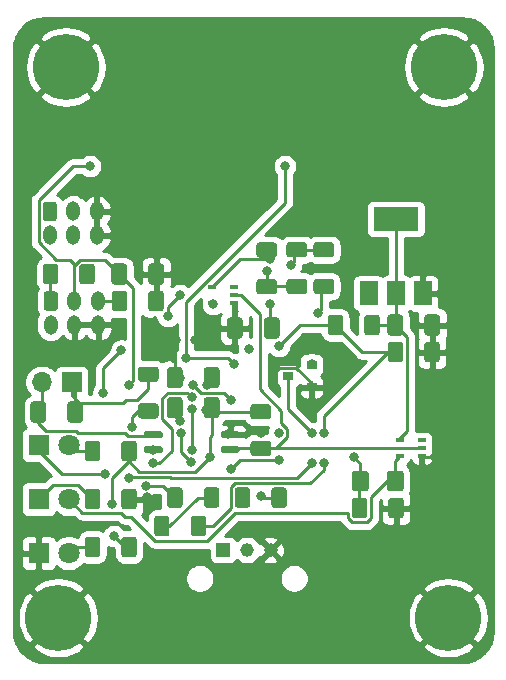
<source format=gbr>
%TF.GenerationSoftware,KiCad,Pcbnew,(5.1.10)-1*%
%TF.CreationDate,2021-10-15T07:56:21+02:00*%
%TF.ProjectId,BTS-LogicBoard,4254532d-4c6f-4676-9963-426f6172642e,rev?*%
%TF.SameCoordinates,Original*%
%TF.FileFunction,Copper,L2,Bot*%
%TF.FilePolarity,Positive*%
%FSLAX46Y46*%
G04 Gerber Fmt 4.6, Leading zero omitted, Abs format (unit mm)*
G04 Created by KiCad (PCBNEW (5.1.10)-1) date 2021-10-15 07:56:21*
%MOMM*%
%LPD*%
G01*
G04 APERTURE LIST*
%TA.AperFunction,ComponentPad*%
%ADD10C,1.150000*%
%TD*%
%TA.AperFunction,ComponentPad*%
%ADD11R,1.150000X1.150000*%
%TD*%
%TA.AperFunction,SMDPad,CuDef*%
%ADD12R,0.650000X0.400000*%
%TD*%
%TA.AperFunction,ComponentPad*%
%ADD13O,1.200000X1.650000*%
%TD*%
%TA.AperFunction,ConnectorPad*%
%ADD14C,5.600000*%
%TD*%
%TA.AperFunction,ComponentPad*%
%ADD15C,3.600000*%
%TD*%
%TA.AperFunction,SMDPad,CuDef*%
%ADD16R,1.500000X2.000000*%
%TD*%
%TA.AperFunction,SMDPad,CuDef*%
%ADD17R,3.800000X2.000000*%
%TD*%
%TA.AperFunction,SMDPad,CuDef*%
%ADD18R,0.900000X0.800000*%
%TD*%
%TA.AperFunction,ComponentPad*%
%ADD19C,1.800000*%
%TD*%
%TA.AperFunction,ComponentPad*%
%ADD20R,1.800000X1.800000*%
%TD*%
%TA.AperFunction,ComponentPad*%
%ADD21O,1.700000X1.700000*%
%TD*%
%TA.AperFunction,ComponentPad*%
%ADD22R,1.700000X1.700000*%
%TD*%
%TA.AperFunction,ViaPad*%
%ADD23C,0.800000*%
%TD*%
%TA.AperFunction,Conductor*%
%ADD24C,0.250000*%
%TD*%
%TA.AperFunction,Conductor*%
%ADD25C,0.254000*%
%TD*%
%TA.AperFunction,Conductor*%
%ADD26C,0.100000*%
%TD*%
G04 APERTURE END LIST*
%TO.P,R19,2*%
%TO.N,/2.5V*%
%TA.AperFunction,SMDPad,CuDef*%
G36*
G01*
X127418000Y-110353000D02*
X127418000Y-109103000D01*
G75*
G02*
X127668000Y-108853000I250000J0D01*
G01*
X128468000Y-108853000D01*
G75*
G02*
X128718000Y-109103000I0J-250000D01*
G01*
X128718000Y-110353000D01*
G75*
G02*
X128468000Y-110603000I-250000J0D01*
G01*
X127668000Y-110603000D01*
G75*
G02*
X127418000Y-110353000I0J250000D01*
G01*
G37*
%TD.AperFunction*%
%TO.P,R19,1*%
%TO.N,Net-(C12-Pad1)*%
%TA.AperFunction,SMDPad,CuDef*%
G36*
G01*
X124318000Y-110353000D02*
X124318000Y-109103000D01*
G75*
G02*
X124568000Y-108853000I250000J0D01*
G01*
X125368000Y-108853000D01*
G75*
G02*
X125618000Y-109103000I0J-250000D01*
G01*
X125618000Y-110353000D01*
G75*
G02*
X125368000Y-110603000I-250000J0D01*
G01*
X124568000Y-110603000D01*
G75*
G02*
X124318000Y-110353000I0J250000D01*
G01*
G37*
%TD.AperFunction*%
%TD*%
%TO.P,R18,2*%
%TO.N,Net-(C12-Pad1)*%
%TA.AperFunction,SMDPad,CuDef*%
G36*
G01*
X128535000Y-107940000D02*
X128535000Y-106690000D01*
G75*
G02*
X128785000Y-106440000I250000J0D01*
G01*
X129585000Y-106440000D01*
G75*
G02*
X129835000Y-106690000I0J-250000D01*
G01*
X129835000Y-107940000D01*
G75*
G02*
X129585000Y-108190000I-250000J0D01*
G01*
X128785000Y-108190000D01*
G75*
G02*
X128535000Y-107940000I0J250000D01*
G01*
G37*
%TD.AperFunction*%
%TO.P,R18,1*%
%TO.N,/FAN_TRIGGER*%
%TA.AperFunction,SMDPad,CuDef*%
G36*
G01*
X125435000Y-107940000D02*
X125435000Y-106690000D01*
G75*
G02*
X125685000Y-106440000I250000J0D01*
G01*
X126485000Y-106440000D01*
G75*
G02*
X126735000Y-106690000I0J-250000D01*
G01*
X126735000Y-107940000D01*
G75*
G02*
X126485000Y-108190000I-250000J0D01*
G01*
X125685000Y-108190000D01*
G75*
G02*
X125435000Y-107940000I0J250000D01*
G01*
G37*
%TD.AperFunction*%
%TD*%
%TO.P,R17,2*%
%TO.N,/PWM_DCycle_Ref*%
%TA.AperFunction,SMDPad,CuDef*%
G36*
G01*
X134250000Y-107940000D02*
X134250000Y-106690000D01*
G75*
G02*
X134500000Y-106440000I250000J0D01*
G01*
X135300000Y-106440000D01*
G75*
G02*
X135550000Y-106690000I0J-250000D01*
G01*
X135550000Y-107940000D01*
G75*
G02*
X135300000Y-108190000I-250000J0D01*
G01*
X134500000Y-108190000D01*
G75*
G02*
X134250000Y-107940000I0J250000D01*
G01*
G37*
%TD.AperFunction*%
%TO.P,R17,1*%
%TO.N,/COMP_PWM*%
%TA.AperFunction,SMDPad,CuDef*%
G36*
G01*
X131150000Y-107940000D02*
X131150000Y-106690000D01*
G75*
G02*
X131400000Y-106440000I250000J0D01*
G01*
X132200000Y-106440000D01*
G75*
G02*
X132450000Y-106690000I0J-250000D01*
G01*
X132450000Y-107940000D01*
G75*
G02*
X132200000Y-108190000I-250000J0D01*
G01*
X131400000Y-108190000D01*
G75*
G02*
X131150000Y-107940000I0J250000D01*
G01*
G37*
%TD.AperFunction*%
%TD*%
D10*
%TO.P,J2,3*%
%TO.N,GND*%
X134175000Y-111760000D03*
%TO.P,J2,2*%
%TO.N,/PSU_ON*%
X132175001Y-111760000D03*
D11*
%TO.P,J2,1*%
%TO.N,+5V*%
X130175000Y-111760000D03*
%TD*%
D12*
%TO.P,U3,5*%
%TO.N,VCC*%
X145100000Y-102474000D03*
%TO.P,U3,4*%
%TO.N,Net-(D1-Pad2)*%
X145100000Y-103774000D03*
%TO.P,U3,2*%
%TO.N,/EnabledOpto*%
X147000000Y-103124000D03*
%TO.P,U3,3*%
%TO.N,GND*%
X147000000Y-103774000D03*
%TO.P,U3,1*%
%TO.N,N/C*%
X147000000Y-102474000D03*
%TD*%
D13*
%TO.P,J4,6*%
%TO.N,GND*%
X119475000Y-85090000D03*
%TO.P,J4,4*%
%TO.N,/IN-*%
X117475000Y-85090000D03*
%TO.P,J4,2*%
%TO.N,/COMP_PWM*%
X115475000Y-85090000D03*
%TO.P,J4,5*%
%TO.N,GND*%
X119475000Y-83090000D03*
%TO.P,J4,3*%
%TO.N,/IN+*%
X117475000Y-83090000D03*
%TO.P,J4,1*%
%TO.N,/COMP_PWM*%
%TA.AperFunction,ComponentPad*%
G36*
G01*
X114875000Y-83665001D02*
X114875000Y-82514999D01*
G75*
G02*
X115124999Y-82265000I249999J0D01*
G01*
X115825001Y-82265000D01*
G75*
G02*
X116075000Y-82514999I0J-249999D01*
G01*
X116075000Y-83665001D01*
G75*
G02*
X115825001Y-83915000I-249999J0D01*
G01*
X115124999Y-83915000D01*
G75*
G02*
X114875000Y-83665001I0J249999D01*
G01*
G37*
%TD.AperFunction*%
%TD*%
%TO.P,J1,6*%
%TO.N,GND*%
X119570000Y-92678000D03*
%TO.P,J1,4*%
X117570000Y-92678000D03*
%TO.P,J1,2*%
%TO.N,/PSU_ON*%
X115570000Y-92678000D03*
%TO.P,J1,5*%
%TO.N,/-Potentiometer*%
X119570000Y-90678000D03*
%TO.P,J1,3*%
%TO.N,/PWM_DCycle_Ref*%
X117570000Y-90678000D03*
%TO.P,J1,1*%
%TO.N,/+Potentiometer*%
%TA.AperFunction,ComponentPad*%
G36*
G01*
X114970000Y-91253001D02*
X114970000Y-90102999D01*
G75*
G02*
X115219999Y-89853000I249999J0D01*
G01*
X115920001Y-89853000D01*
G75*
G02*
X116170000Y-90102999I0J-249999D01*
G01*
X116170000Y-91253001D01*
G75*
G02*
X115920001Y-91503000I-249999J0D01*
G01*
X115219999Y-91503000D01*
G75*
G02*
X114970000Y-91253001I0J249999D01*
G01*
G37*
%TD.AperFunction*%
%TD*%
D14*
%TO.P,H4,1*%
%TO.N,GND*%
X149225000Y-117475000D03*
D15*
X149225000Y-117475000D03*
%TD*%
D16*
%TO.P,U8,1*%
%TO.N,GND*%
X147080000Y-90018000D03*
%TO.P,U8,3*%
%TO.N,+5V*%
X142480000Y-90018000D03*
%TO.P,U8,2*%
%TO.N,VCC*%
X144780000Y-90018000D03*
D17*
X144780000Y-83718000D03*
%TD*%
D12*
%TO.P,U5,5*%
%TO.N,VCC*%
X129225000Y-89520000D03*
%TO.P,U5,4*%
%TO.N,/NE555_RST*%
X129225000Y-90820000D03*
%TO.P,U5,2*%
%TO.N,/EnabledOpto*%
X131125000Y-90170000D03*
%TO.P,U5,3*%
%TO.N,GND*%
X131125000Y-90820000D03*
%TO.P,U5,1*%
%TO.N,N/C*%
X131125000Y-89520000D03*
%TD*%
%TO.P,R16,2*%
%TO.N,GND*%
%TA.AperFunction,SMDPad,CuDef*%
G36*
G01*
X123836000Y-91303000D02*
X123836000Y-90053000D01*
G75*
G02*
X124086000Y-89803000I250000J0D01*
G01*
X124886000Y-89803000D01*
G75*
G02*
X125136000Y-90053000I0J-250000D01*
G01*
X125136000Y-91303000D01*
G75*
G02*
X124886000Y-91553000I-250000J0D01*
G01*
X124086000Y-91553000D01*
G75*
G02*
X123836000Y-91303000I0J250000D01*
G01*
G37*
%TD.AperFunction*%
%TO.P,R16,1*%
%TO.N,/-Potentiometer*%
%TA.AperFunction,SMDPad,CuDef*%
G36*
G01*
X120736000Y-91303000D02*
X120736000Y-90053000D01*
G75*
G02*
X120986000Y-89803000I250000J0D01*
G01*
X121786000Y-89803000D01*
G75*
G02*
X122036000Y-90053000I0J-250000D01*
G01*
X122036000Y-91303000D01*
G75*
G02*
X121786000Y-91553000I-250000J0D01*
G01*
X120986000Y-91553000D01*
G75*
G02*
X120736000Y-91303000I0J250000D01*
G01*
G37*
%TD.AperFunction*%
%TD*%
%TO.P,R15,2*%
%TO.N,Net-(D4-Pad2)*%
%TA.AperFunction,SMDPad,CuDef*%
G36*
G01*
X119750000Y-102753000D02*
X119750000Y-104003000D01*
G75*
G02*
X119500000Y-104253000I-250000J0D01*
G01*
X118700000Y-104253000D01*
G75*
G02*
X118450000Y-104003000I0J250000D01*
G01*
X118450000Y-102753000D01*
G75*
G02*
X118700000Y-102503000I250000J0D01*
G01*
X119500000Y-102503000D01*
G75*
G02*
X119750000Y-102753000I0J-250000D01*
G01*
G37*
%TD.AperFunction*%
%TO.P,R15,1*%
%TO.N,VCC*%
%TA.AperFunction,SMDPad,CuDef*%
G36*
G01*
X122850000Y-102753000D02*
X122850000Y-104003000D01*
G75*
G02*
X122600000Y-104253000I-250000J0D01*
G01*
X121800000Y-104253000D01*
G75*
G02*
X121550000Y-104003000I0J250000D01*
G01*
X121550000Y-102753000D01*
G75*
G02*
X121800000Y-102503000I250000J0D01*
G01*
X122600000Y-102503000D01*
G75*
G02*
X122850000Y-102753000I0J-250000D01*
G01*
G37*
%TD.AperFunction*%
%TD*%
%TO.P,R9,2*%
%TO.N,Net-(D3-Pad2)*%
%TA.AperFunction,SMDPad,CuDef*%
G36*
G01*
X119750000Y-110881000D02*
X119750000Y-112131000D01*
G75*
G02*
X119500000Y-112381000I-250000J0D01*
G01*
X118700000Y-112381000D01*
G75*
G02*
X118450000Y-112131000I0J250000D01*
G01*
X118450000Y-110881000D01*
G75*
G02*
X118700000Y-110631000I250000J0D01*
G01*
X119500000Y-110631000D01*
G75*
G02*
X119750000Y-110881000I0J-250000D01*
G01*
G37*
%TD.AperFunction*%
%TO.P,R9,1*%
%TO.N,VCC*%
%TA.AperFunction,SMDPad,CuDef*%
G36*
G01*
X122850000Y-110881000D02*
X122850000Y-112131000D01*
G75*
G02*
X122600000Y-112381000I-250000J0D01*
G01*
X121800000Y-112381000D01*
G75*
G02*
X121550000Y-112131000I0J250000D01*
G01*
X121550000Y-110881000D01*
G75*
G02*
X121800000Y-110631000I250000J0D01*
G01*
X122600000Y-110631000D01*
G75*
G02*
X122850000Y-110881000I0J-250000D01*
G01*
G37*
%TD.AperFunction*%
%TD*%
%TO.P,R8,2*%
%TO.N,/+Potentiometer*%
%TA.AperFunction,SMDPad,CuDef*%
G36*
G01*
X116194000Y-87767000D02*
X116194000Y-89017000D01*
G75*
G02*
X115944000Y-89267000I-250000J0D01*
G01*
X115144000Y-89267000D01*
G75*
G02*
X114894000Y-89017000I0J250000D01*
G01*
X114894000Y-87767000D01*
G75*
G02*
X115144000Y-87517000I250000J0D01*
G01*
X115944000Y-87517000D01*
G75*
G02*
X116194000Y-87767000I0J-250000D01*
G01*
G37*
%TD.AperFunction*%
%TO.P,R8,1*%
%TO.N,VCC*%
%TA.AperFunction,SMDPad,CuDef*%
G36*
G01*
X119294000Y-87767000D02*
X119294000Y-89017000D01*
G75*
G02*
X119044000Y-89267000I-250000J0D01*
G01*
X118244000Y-89267000D01*
G75*
G02*
X117994000Y-89017000I0J250000D01*
G01*
X117994000Y-87767000D01*
G75*
G02*
X118244000Y-87517000I250000J0D01*
G01*
X119044000Y-87517000D01*
G75*
G02*
X119294000Y-87767000I0J-250000D01*
G01*
G37*
%TD.AperFunction*%
%TD*%
%TO.P,R7,2*%
%TO.N,/Threshold*%
%TA.AperFunction,SMDPad,CuDef*%
G36*
G01*
X139309000Y-86984000D02*
X138059000Y-86984000D01*
G75*
G02*
X137809000Y-86734000I0J250000D01*
G01*
X137809000Y-85934000D01*
G75*
G02*
X138059000Y-85684000I250000J0D01*
G01*
X139309000Y-85684000D01*
G75*
G02*
X139559000Y-85934000I0J-250000D01*
G01*
X139559000Y-86734000D01*
G75*
G02*
X139309000Y-86984000I-250000J0D01*
G01*
G37*
%TD.AperFunction*%
%TO.P,R7,1*%
%TO.N,/Sawtooth*%
%TA.AperFunction,SMDPad,CuDef*%
G36*
G01*
X139309000Y-90084000D02*
X138059000Y-90084000D01*
G75*
G02*
X137809000Y-89834000I0J250000D01*
G01*
X137809000Y-89034000D01*
G75*
G02*
X138059000Y-88784000I250000J0D01*
G01*
X139309000Y-88784000D01*
G75*
G02*
X139559000Y-89034000I0J-250000D01*
G01*
X139559000Y-89834000D01*
G75*
G02*
X139309000Y-90084000I-250000J0D01*
G01*
G37*
%TD.AperFunction*%
%TD*%
%TO.P,R6,2*%
%TO.N,/Threshold*%
%TA.AperFunction,SMDPad,CuDef*%
G36*
G01*
X137023000Y-86984000D02*
X135773000Y-86984000D01*
G75*
G02*
X135523000Y-86734000I0J250000D01*
G01*
X135523000Y-85934000D01*
G75*
G02*
X135773000Y-85684000I250000J0D01*
G01*
X137023000Y-85684000D01*
G75*
G02*
X137273000Y-85934000I0J-250000D01*
G01*
X137273000Y-86734000D01*
G75*
G02*
X137023000Y-86984000I-250000J0D01*
G01*
G37*
%TD.AperFunction*%
%TO.P,R6,1*%
%TO.N,Net-(R12-Pad2)*%
%TA.AperFunction,SMDPad,CuDef*%
G36*
G01*
X137023000Y-90084000D02*
X135773000Y-90084000D01*
G75*
G02*
X135523000Y-89834000I0J250000D01*
G01*
X135523000Y-89034000D01*
G75*
G02*
X135773000Y-88784000I250000J0D01*
G01*
X137023000Y-88784000D01*
G75*
G02*
X137273000Y-89034000I0J-250000D01*
G01*
X137273000Y-89834000D01*
G75*
G02*
X137023000Y-90084000I-250000J0D01*
G01*
G37*
%TD.AperFunction*%
%TD*%
%TO.P,R3,2*%
%TO.N,Net-(C8-Pad1)*%
%TA.AperFunction,SMDPad,CuDef*%
G36*
G01*
X142356000Y-107579000D02*
X142356000Y-108829000D01*
G75*
G02*
X142106000Y-109079000I-250000J0D01*
G01*
X141306000Y-109079000D01*
G75*
G02*
X141056000Y-108829000I0J250000D01*
G01*
X141056000Y-107579000D01*
G75*
G02*
X141306000Y-107329000I250000J0D01*
G01*
X142106000Y-107329000D01*
G75*
G02*
X142356000Y-107579000I0J-250000D01*
G01*
G37*
%TD.AperFunction*%
%TO.P,R3,1*%
%TO.N,GND*%
%TA.AperFunction,SMDPad,CuDef*%
G36*
G01*
X145456000Y-107579000D02*
X145456000Y-108829000D01*
G75*
G02*
X145206000Y-109079000I-250000J0D01*
G01*
X144406000Y-109079000D01*
G75*
G02*
X144156000Y-108829000I0J250000D01*
G01*
X144156000Y-107579000D01*
G75*
G02*
X144406000Y-107329000I250000J0D01*
G01*
X145206000Y-107329000D01*
G75*
G02*
X145456000Y-107579000I0J-250000D01*
G01*
G37*
%TD.AperFunction*%
%TD*%
%TO.P,R2,2*%
%TO.N,/EnabledOpto*%
%TA.AperFunction,SMDPad,CuDef*%
G36*
G01*
X132725000Y-102500000D02*
X133975000Y-102500000D01*
G75*
G02*
X134225000Y-102750000I0J-250000D01*
G01*
X134225000Y-103550000D01*
G75*
G02*
X133975000Y-103800000I-250000J0D01*
G01*
X132725000Y-103800000D01*
G75*
G02*
X132475000Y-103550000I0J250000D01*
G01*
X132475000Y-102750000D01*
G75*
G02*
X132725000Y-102500000I250000J0D01*
G01*
G37*
%TD.AperFunction*%
%TO.P,R2,1*%
%TO.N,VCC*%
%TA.AperFunction,SMDPad,CuDef*%
G36*
G01*
X132725000Y-99400000D02*
X133975000Y-99400000D01*
G75*
G02*
X134225000Y-99650000I0J-250000D01*
G01*
X134225000Y-100450000D01*
G75*
G02*
X133975000Y-100700000I-250000J0D01*
G01*
X132725000Y-100700000D01*
G75*
G02*
X132475000Y-100450000I0J250000D01*
G01*
X132475000Y-99650000D01*
G75*
G02*
X132725000Y-99400000I250000J0D01*
G01*
G37*
%TD.AperFunction*%
%TD*%
%TO.P,R1,2*%
%TO.N,Net-(D1-Pad1)*%
%TA.AperFunction,SMDPad,CuDef*%
G36*
G01*
X119750000Y-106817000D02*
X119750000Y-108067000D01*
G75*
G02*
X119500000Y-108317000I-250000J0D01*
G01*
X118700000Y-108317000D01*
G75*
G02*
X118450000Y-108067000I0J250000D01*
G01*
X118450000Y-106817000D01*
G75*
G02*
X118700000Y-106567000I250000J0D01*
G01*
X119500000Y-106567000D01*
G75*
G02*
X119750000Y-106817000I0J-250000D01*
G01*
G37*
%TD.AperFunction*%
%TO.P,R1,1*%
%TO.N,GND*%
%TA.AperFunction,SMDPad,CuDef*%
G36*
G01*
X122850000Y-106817000D02*
X122850000Y-108067000D01*
G75*
G02*
X122600000Y-108317000I-250000J0D01*
G01*
X121800000Y-108317000D01*
G75*
G02*
X121550000Y-108067000I0J250000D01*
G01*
X121550000Y-106817000D01*
G75*
G02*
X121800000Y-106567000I250000J0D01*
G01*
X122600000Y-106567000D01*
G75*
G02*
X122850000Y-106817000I0J-250000D01*
G01*
G37*
%TD.AperFunction*%
%TD*%
D18*
%TO.P,Q1,3*%
%TO.N,Net-(D4-Pad1)*%
X135652000Y-97028000D03*
%TO.P,Q1,2*%
%TO.N,GND*%
X137652000Y-97978000D03*
%TO.P,Q1,1*%
%TO.N,Net-(Q1-Pad1)*%
X137652000Y-96078000D03*
%TD*%
D19*
%TO.P,D4,2*%
%TO.N,Net-(D4-Pad2)*%
X117094000Y-102870000D03*
D20*
%TO.P,D4,1*%
%TO.N,Net-(D4-Pad1)*%
X114554000Y-102870000D03*
%TD*%
D19*
%TO.P,D3,2*%
%TO.N,Net-(D3-Pad2)*%
X117094000Y-112014000D03*
D20*
%TO.P,D3,1*%
%TO.N,GND*%
X114554000Y-112014000D03*
%TD*%
%TO.P,D2,2*%
%TO.N,Net-(D1-Pad2)*%
%TA.AperFunction,SMDPad,CuDef*%
G36*
G01*
X144031000Y-106543000D02*
X144031000Y-105293000D01*
G75*
G02*
X144281000Y-105043000I250000J0D01*
G01*
X145206000Y-105043000D01*
G75*
G02*
X145456000Y-105293000I0J-250000D01*
G01*
X145456000Y-106543000D01*
G75*
G02*
X145206000Y-106793000I-250000J0D01*
G01*
X144281000Y-106793000D01*
G75*
G02*
X144031000Y-106543000I0J250000D01*
G01*
G37*
%TD.AperFunction*%
%TO.P,D2,1*%
%TO.N,Net-(C8-Pad1)*%
%TA.AperFunction,SMDPad,CuDef*%
G36*
G01*
X141056000Y-106543000D02*
X141056000Y-105293000D01*
G75*
G02*
X141306000Y-105043000I250000J0D01*
G01*
X142231000Y-105043000D01*
G75*
G02*
X142481000Y-105293000I0J-250000D01*
G01*
X142481000Y-106543000D01*
G75*
G02*
X142231000Y-106793000I-250000J0D01*
G01*
X141306000Y-106793000D01*
G75*
G02*
X141056000Y-106543000I0J250000D01*
G01*
G37*
%TD.AperFunction*%
%TD*%
%TO.P,C13,2*%
%TO.N,GND*%
%TA.AperFunction,SMDPad,CuDef*%
G36*
G01*
X123836000Y-89042001D02*
X123836000Y-87741999D01*
G75*
G02*
X124085999Y-87492000I249999J0D01*
G01*
X124911001Y-87492000D01*
G75*
G02*
X125161000Y-87741999I0J-249999D01*
G01*
X125161000Y-89042001D01*
G75*
G02*
X124911001Y-89292000I-249999J0D01*
G01*
X124085999Y-89292000D01*
G75*
G02*
X123836000Y-89042001I0J249999D01*
G01*
G37*
%TD.AperFunction*%
%TO.P,C13,1*%
%TO.N,/PWM_DCycle_Ref*%
%TA.AperFunction,SMDPad,CuDef*%
G36*
G01*
X120711000Y-89042001D02*
X120711000Y-87741999D01*
G75*
G02*
X120960999Y-87492000I249999J0D01*
G01*
X121786001Y-87492000D01*
G75*
G02*
X122036000Y-87741999I0J-249999D01*
G01*
X122036000Y-89042001D01*
G75*
G02*
X121786001Y-89292000I-249999J0D01*
G01*
X120960999Y-89292000D01*
G75*
G02*
X120711000Y-89042001I0J249999D01*
G01*
G37*
%TD.AperFunction*%
%TD*%
%TO.P,C12,2*%
%TO.N,GND*%
%TA.AperFunction,SMDPad,CuDef*%
G36*
G01*
X126735000Y-96504999D02*
X126735000Y-97805001D01*
G75*
G02*
X126485001Y-98055000I-249999J0D01*
G01*
X125659999Y-98055000D01*
G75*
G02*
X125410000Y-97805001I0J249999D01*
G01*
X125410000Y-96504999D01*
G75*
G02*
X125659999Y-96255000I249999J0D01*
G01*
X126485001Y-96255000D01*
G75*
G02*
X126735000Y-96504999I0J-249999D01*
G01*
G37*
%TD.AperFunction*%
%TO.P,C12,1*%
%TO.N,Net-(C12-Pad1)*%
%TA.AperFunction,SMDPad,CuDef*%
G36*
G01*
X129860000Y-96504999D02*
X129860000Y-97805001D01*
G75*
G02*
X129610001Y-98055000I-249999J0D01*
G01*
X128784999Y-98055000D01*
G75*
G02*
X128535000Y-97805001I0J249999D01*
G01*
X128535000Y-96504999D01*
G75*
G02*
X128784999Y-96255000I249999J0D01*
G01*
X129610001Y-96255000D01*
G75*
G02*
X129860000Y-96504999I0J-249999D01*
G01*
G37*
%TD.AperFunction*%
%TD*%
%TO.P,C10,2*%
%TO.N,GND*%
%TA.AperFunction,SMDPad,CuDef*%
G36*
G01*
X126735000Y-99044999D02*
X126735000Y-100345001D01*
G75*
G02*
X126485001Y-100595000I-249999J0D01*
G01*
X125659999Y-100595000D01*
G75*
G02*
X125410000Y-100345001I0J249999D01*
G01*
X125410000Y-99044999D01*
G75*
G02*
X125659999Y-98795000I249999J0D01*
G01*
X126485001Y-98795000D01*
G75*
G02*
X126735000Y-99044999I0J-249999D01*
G01*
G37*
%TD.AperFunction*%
%TO.P,C10,1*%
%TO.N,VCC*%
%TA.AperFunction,SMDPad,CuDef*%
G36*
G01*
X129860000Y-99044999D02*
X129860000Y-100345001D01*
G75*
G02*
X129610001Y-100595000I-249999J0D01*
G01*
X128784999Y-100595000D01*
G75*
G02*
X128535000Y-100345001I0J249999D01*
G01*
X128535000Y-99044999D01*
G75*
G02*
X128784999Y-98795000I249999J0D01*
G01*
X129610001Y-98795000D01*
G75*
G02*
X129860000Y-99044999I0J-249999D01*
G01*
G37*
%TD.AperFunction*%
%TD*%
%TO.P,U4,4*%
%TO.N,/EnabledOpto*%
%TA.AperFunction,SMDPad,CuDef*%
G36*
G01*
X129958000Y-103388500D02*
X129958000Y-103113500D01*
G75*
G02*
X130095500Y-102976000I137500J0D01*
G01*
X131420500Y-102976000D01*
G75*
G02*
X131558000Y-103113500I0J-137500D01*
G01*
X131558000Y-103388500D01*
G75*
G02*
X131420500Y-103526000I-137500J0D01*
G01*
X130095500Y-103526000D01*
G75*
G02*
X129958000Y-103388500I0J137500D01*
G01*
G37*
%TD.AperFunction*%
%TO.P,U4,3*%
%TO.N,GND*%
%TA.AperFunction,SMDPad,CuDef*%
G36*
G01*
X129958000Y-102118500D02*
X129958000Y-101843500D01*
G75*
G02*
X130095500Y-101706000I137500J0D01*
G01*
X131420500Y-101706000D01*
G75*
G02*
X131558000Y-101843500I0J-137500D01*
G01*
X131558000Y-102118500D01*
G75*
G02*
X131420500Y-102256000I-137500J0D01*
G01*
X130095500Y-102256000D01*
G75*
G02*
X129958000Y-102118500I0J137500D01*
G01*
G37*
%TD.AperFunction*%
%TO.P,U4,2*%
%TO.N,GND1*%
%TA.AperFunction,SMDPad,CuDef*%
G36*
G01*
X123458000Y-102118500D02*
X123458000Y-101843500D01*
G75*
G02*
X123595500Y-101706000I137500J0D01*
G01*
X124920500Y-101706000D01*
G75*
G02*
X125058000Y-101843500I0J-137500D01*
G01*
X125058000Y-102118500D01*
G75*
G02*
X124920500Y-102256000I-137500J0D01*
G01*
X123595500Y-102256000D01*
G75*
G02*
X123458000Y-102118500I0J137500D01*
G01*
G37*
%TD.AperFunction*%
%TO.P,U4,1*%
%TO.N,Net-(R20-Pad1)*%
%TA.AperFunction,SMDPad,CuDef*%
G36*
G01*
X123458000Y-103388500D02*
X123458000Y-103113500D01*
G75*
G02*
X123595500Y-102976000I137500J0D01*
G01*
X124920500Y-102976000D01*
G75*
G02*
X125058000Y-103113500I0J-137500D01*
G01*
X125058000Y-103388500D01*
G75*
G02*
X124920500Y-103526000I-137500J0D01*
G01*
X123595500Y-103526000D01*
G75*
G02*
X123458000Y-103388500I0J137500D01*
G01*
G37*
%TD.AperFunction*%
%TD*%
%TO.P,R20,2*%
%TO.N,/EnableSignal*%
%TA.AperFunction,SMDPad,CuDef*%
G36*
G01*
X124450000Y-97525000D02*
X123200000Y-97525000D01*
G75*
G02*
X122950000Y-97275000I0J250000D01*
G01*
X122950000Y-96475000D01*
G75*
G02*
X123200000Y-96225000I250000J0D01*
G01*
X124450000Y-96225000D01*
G75*
G02*
X124700000Y-96475000I0J-250000D01*
G01*
X124700000Y-97275000D01*
G75*
G02*
X124450000Y-97525000I-250000J0D01*
G01*
G37*
%TD.AperFunction*%
%TO.P,R20,1*%
%TO.N,Net-(R20-Pad1)*%
%TA.AperFunction,SMDPad,CuDef*%
G36*
G01*
X124450000Y-100625000D02*
X123200000Y-100625000D01*
G75*
G02*
X122950000Y-100375000I0J250000D01*
G01*
X122950000Y-99575000D01*
G75*
G02*
X123200000Y-99325000I250000J0D01*
G01*
X124450000Y-99325000D01*
G75*
G02*
X124700000Y-99575000I0J-250000D01*
G01*
X124700000Y-100375000D01*
G75*
G02*
X124450000Y-100625000I-250000J0D01*
G01*
G37*
%TD.AperFunction*%
%TD*%
D14*
%TO.P,H3,1*%
%TO.N,GND*%
X116205000Y-117475000D03*
D15*
X116205000Y-117475000D03*
%TD*%
D14*
%TO.P,H2,1*%
%TO.N,GND*%
X148844000Y-70866000D03*
D15*
X148844000Y-70866000D03*
%TD*%
D14*
%TO.P,H1,1*%
%TO.N,GND*%
X116840000Y-70866000D03*
D15*
X116840000Y-70866000D03*
%TD*%
%TO.P,R12,2*%
%TO.N,Net-(R12-Pad2)*%
%TA.AperFunction,SMDPad,CuDef*%
G36*
G01*
X133232999Y-88810000D02*
X134483001Y-88810000D01*
G75*
G02*
X134733000Y-89059999I0J-249999D01*
G01*
X134733000Y-89860001D01*
G75*
G02*
X134483001Y-90110000I-249999J0D01*
G01*
X133232999Y-90110000D01*
G75*
G02*
X132983000Y-89860001I0J249999D01*
G01*
X132983000Y-89059999D01*
G75*
G02*
X133232999Y-88810000I249999J0D01*
G01*
G37*
%TD.AperFunction*%
%TO.P,R12,1*%
%TO.N,VCC*%
%TA.AperFunction,SMDPad,CuDef*%
G36*
G01*
X133232999Y-85710000D02*
X134483001Y-85710000D01*
G75*
G02*
X134733000Y-85959999I0J-249999D01*
G01*
X134733000Y-86760001D01*
G75*
G02*
X134483001Y-87010000I-249999J0D01*
G01*
X133232999Y-87010000D01*
G75*
G02*
X132983000Y-86760001I0J249999D01*
G01*
X132983000Y-85959999D01*
G75*
G02*
X133232999Y-85710000I249999J0D01*
G01*
G37*
%TD.AperFunction*%
%TD*%
%TO.P,R11,2*%
%TO.N,GND*%
%TA.AperFunction,SMDPad,CuDef*%
G36*
G01*
X147204000Y-95621001D02*
X147204000Y-94370999D01*
G75*
G02*
X147453999Y-94121000I249999J0D01*
G01*
X148254001Y-94121000D01*
G75*
G02*
X148504000Y-94370999I0J-249999D01*
G01*
X148504000Y-95621001D01*
G75*
G02*
X148254001Y-95871000I-249999J0D01*
G01*
X147453999Y-95871000D01*
G75*
G02*
X147204000Y-95621001I0J249999D01*
G01*
G37*
%TD.AperFunction*%
%TO.P,R11,1*%
%TO.N,/2.5V*%
%TA.AperFunction,SMDPad,CuDef*%
G36*
G01*
X144104000Y-95621001D02*
X144104000Y-94370999D01*
G75*
G02*
X144353999Y-94121000I249999J0D01*
G01*
X145154001Y-94121000D01*
G75*
G02*
X145404000Y-94370999I0J-249999D01*
G01*
X145404000Y-95621001D01*
G75*
G02*
X145154001Y-95871000I-249999J0D01*
G01*
X144353999Y-95871000D01*
G75*
G02*
X144104000Y-95621001I0J249999D01*
G01*
G37*
%TD.AperFunction*%
%TD*%
%TO.P,R10,2*%
%TO.N,/2.5V*%
%TA.AperFunction,SMDPad,CuDef*%
G36*
G01*
X140324000Y-92084999D02*
X140324000Y-93335001D01*
G75*
G02*
X140074001Y-93585000I-249999J0D01*
G01*
X139273999Y-93585000D01*
G75*
G02*
X139024000Y-93335001I0J249999D01*
G01*
X139024000Y-92084999D01*
G75*
G02*
X139273999Y-91835000I249999J0D01*
G01*
X140074001Y-91835000D01*
G75*
G02*
X140324000Y-92084999I0J-249999D01*
G01*
G37*
%TD.AperFunction*%
%TO.P,R10,1*%
%TO.N,VCC*%
%TA.AperFunction,SMDPad,CuDef*%
G36*
G01*
X143424000Y-92084999D02*
X143424000Y-93335001D01*
G75*
G02*
X143174001Y-93585000I-249999J0D01*
G01*
X142373999Y-93585000D01*
G75*
G02*
X142124000Y-93335001I0J249999D01*
G01*
X142124000Y-92084999D01*
G75*
G02*
X142373999Y-91835000I249999J0D01*
G01*
X143174001Y-91835000D01*
G75*
G02*
X143424000Y-92084999I0J-249999D01*
G01*
G37*
%TD.AperFunction*%
%TD*%
D21*
%TO.P,J3,2*%
%TO.N,GND1*%
X114808000Y-97536000D03*
D22*
%TO.P,J3,1*%
%TO.N,/EnableSignal*%
X117348000Y-97536000D03*
%TD*%
D19*
%TO.P,D1,2*%
%TO.N,Net-(D1-Pad2)*%
X117094000Y-107442000D03*
D20*
%TO.P,D1,1*%
%TO.N,Net-(D1-Pad1)*%
X114554000Y-107442000D03*
%TD*%
%TO.P,C6,2*%
%TO.N,GND*%
%TA.AperFunction,SMDPad,CuDef*%
G36*
G01*
X131815000Y-92313997D02*
X131815000Y-93614003D01*
G75*
G02*
X131565003Y-93864000I-249997J0D01*
G01*
X130739997Y-93864000D01*
G75*
G02*
X130490000Y-93614003I0J249997D01*
G01*
X130490000Y-92313997D01*
G75*
G02*
X130739997Y-92064000I249997J0D01*
G01*
X131565003Y-92064000D01*
G75*
G02*
X131815000Y-92313997I0J-249997D01*
G01*
G37*
%TD.AperFunction*%
%TO.P,C6,1*%
%TO.N,Net-(C6-Pad1)*%
%TA.AperFunction,SMDPad,CuDef*%
G36*
G01*
X134940000Y-92313997D02*
X134940000Y-93614003D01*
G75*
G02*
X134690003Y-93864000I-249997J0D01*
G01*
X133864997Y-93864000D01*
G75*
G02*
X133615000Y-93614003I0J249997D01*
G01*
X133615000Y-92313997D01*
G75*
G02*
X133864997Y-92064000I249997J0D01*
G01*
X134690003Y-92064000D01*
G75*
G02*
X134940000Y-92313997I0J-249997D01*
G01*
G37*
%TD.AperFunction*%
%TD*%
%TO.P,C4,2*%
%TO.N,GND*%
%TA.AperFunction,SMDPad,CuDef*%
G36*
G01*
X147204000Y-93360003D02*
X147204000Y-92059997D01*
G75*
G02*
X147453997Y-91810000I249997J0D01*
G01*
X148279003Y-91810000D01*
G75*
G02*
X148529000Y-92059997I0J-249997D01*
G01*
X148529000Y-93360003D01*
G75*
G02*
X148279003Y-93610000I-249997J0D01*
G01*
X147453997Y-93610000D01*
G75*
G02*
X147204000Y-93360003I0J249997D01*
G01*
G37*
%TD.AperFunction*%
%TO.P,C4,1*%
%TO.N,VCC*%
%TA.AperFunction,SMDPad,CuDef*%
G36*
G01*
X144079000Y-93360003D02*
X144079000Y-92059997D01*
G75*
G02*
X144328997Y-91810000I249997J0D01*
G01*
X145154003Y-91810000D01*
G75*
G02*
X145404000Y-92059997I0J-249997D01*
G01*
X145404000Y-93360003D01*
G75*
G02*
X145154003Y-93610000I-249997J0D01*
G01*
X144328997Y-93610000D01*
G75*
G02*
X144079000Y-93360003I0J249997D01*
G01*
G37*
%TD.AperFunction*%
%TD*%
%TO.P,C3,2*%
%TO.N,/EnableSignal*%
%TA.AperFunction,SMDPad,CuDef*%
G36*
G01*
X116978000Y-100726003D02*
X116978000Y-99425997D01*
G75*
G02*
X117227997Y-99176000I249997J0D01*
G01*
X118053003Y-99176000D01*
G75*
G02*
X118303000Y-99425997I0J-249997D01*
G01*
X118303000Y-100726003D01*
G75*
G02*
X118053003Y-100976000I-249997J0D01*
G01*
X117227997Y-100976000D01*
G75*
G02*
X116978000Y-100726003I0J249997D01*
G01*
G37*
%TD.AperFunction*%
%TO.P,C3,1*%
%TO.N,GND1*%
%TA.AperFunction,SMDPad,CuDef*%
G36*
G01*
X113853000Y-100726003D02*
X113853000Y-99425997D01*
G75*
G02*
X114102997Y-99176000I249997J0D01*
G01*
X114928003Y-99176000D01*
G75*
G02*
X115178000Y-99425997I0J-249997D01*
G01*
X115178000Y-100726003D01*
G75*
G02*
X114928003Y-100976000I-249997J0D01*
G01*
X114102997Y-100976000D01*
G75*
G02*
X113853000Y-100726003I0J249997D01*
G01*
G37*
%TD.AperFunction*%
%TD*%
D23*
%TO.N,GND*%
X149860000Y-103886000D03*
X124460000Y-84836000D03*
X126746000Y-86614000D03*
X126212714Y-93980000D03*
X134620000Y-98044000D03*
X124414990Y-88392000D03*
X127762000Y-93980000D03*
X130598425Y-101962746D03*
X126534968Y-100838000D03*
X126535001Y-97155000D03*
X133350000Y-101854000D03*
X123699918Y-107293575D03*
%TO.N,+5V*%
X142748000Y-90170000D03*
%TO.N,Net-(C6-Pad1)*%
X134112000Y-90932000D03*
%TO.N,/Threshold*%
X135890000Y-87630000D03*
%TO.N,Net-(D4-Pad1)*%
X122174000Y-105664000D03*
X120146705Y-105327159D03*
X137668000Y-101854000D03*
X137668000Y-104394000D03*
%TO.N,/FAN_TRIGGER*%
X131064000Y-96012000D03*
X135382000Y-79248000D03*
X127000000Y-95504000D03*
X121539000Y-94859694D03*
X120015000Y-98425000D03*
X123669690Y-106294020D03*
%TO.N,Net-(Q1-Pad1)*%
X137668000Y-96012000D03*
%TO.N,/2.5V*%
X134874000Y-94488000D03*
X132334000Y-94742000D03*
X138684000Y-101854010D03*
X138684000Y-104394000D03*
%TO.N,Net-(C8-Pad1)*%
X141224000Y-103886000D03*
X130810000Y-99060000D03*
X127604966Y-97790000D03*
%TO.N,Net-(R20-Pad1)*%
X124187304Y-103302225D03*
X122428000Y-101346000D03*
%TO.N,VCC*%
X129032000Y-103886000D03*
X118872000Y-88138000D03*
X134112000Y-87122000D03*
X144780000Y-89916000D03*
X128735000Y-99888016D03*
X120904000Y-110580010D03*
X120788403Y-107859990D03*
%TO.N,/PWM_DCycle_Ref*%
X118872000Y-79248000D03*
X133350000Y-107188000D03*
X122174000Y-97790000D03*
%TO.N,/COMP_PWM*%
X127508000Y-99822000D03*
X131800000Y-107315000D03*
X127517749Y-103290182D03*
%TO.N,Net-(R12-Pad2)*%
X133858000Y-88138000D03*
%TO.N,/Sawtooth*%
X138176000Y-91694000D03*
X134874000Y-104140000D03*
X130810000Y-104902000D03*
X127407408Y-104284088D03*
X126558031Y-101854000D03*
X134874000Y-101854000D03*
%TO.N,/NE_OUT*%
X125476000Y-91948000D03*
X126492000Y-90170000D03*
%TO.N,/NE555_RST*%
X129286000Y-90932000D03*
%TO.N,Net-(C12-Pad1)*%
X127522445Y-98818260D03*
X129032000Y-107188000D03*
X128778000Y-97744962D03*
X124206000Y-104394000D03*
%TD*%
D24*
%TO.N,GND*%
X126072500Y-100122067D02*
X125899002Y-100295565D01*
X126072500Y-99695000D02*
X126072500Y-100122067D01*
X131152500Y-90847500D02*
X131125000Y-90820000D01*
X131152500Y-92710000D02*
X131152500Y-90847500D01*
X124498500Y-84874500D02*
X124460000Y-84836000D01*
X124498500Y-88392000D02*
X124498500Y-84874500D01*
X126238000Y-86614000D02*
X126746000Y-86614000D01*
X124460000Y-84836000D02*
X126238000Y-86614000D01*
X124498500Y-90665500D02*
X124486000Y-90678000D01*
X124498500Y-88392000D02*
X124498500Y-90665500D01*
X126072500Y-94120214D02*
X126212714Y-93980000D01*
X126072500Y-97155000D02*
X126072500Y-94120214D01*
X134620000Y-96624998D02*
X134620000Y-98044000D01*
X134941999Y-96302999D02*
X134620000Y-96624998D01*
X136362001Y-96302999D02*
X134941999Y-96302999D01*
X137652000Y-97978000D02*
X137652000Y-97592998D01*
X137652000Y-97592998D02*
X136362001Y-96302999D01*
X147066000Y-103886000D02*
X149860000Y-103886000D01*
X130885000Y-101600000D02*
X130885000Y-101676171D01*
X130885000Y-101676171D02*
X130598425Y-101962746D01*
X126072500Y-99695000D02*
X126072500Y-100375532D01*
X126072500Y-100375532D02*
X126534968Y-100838000D01*
X126072500Y-97155000D02*
X126535001Y-97155000D01*
X123551493Y-107442000D02*
X123699918Y-107293575D01*
X122200000Y-107442000D02*
X123551493Y-107442000D01*
%TO.N,+5V*%
X142632000Y-90170000D02*
X142480000Y-90018000D01*
X142748000Y-90170000D02*
X142632000Y-90170000D01*
%TO.N,Net-(C6-Pad1)*%
X134112000Y-92544500D02*
X134277500Y-92710000D01*
X134112000Y-90932000D02*
X134112000Y-92544500D01*
%TO.N,/Threshold*%
X138430000Y-86334000D02*
X136144000Y-86334000D01*
X136144000Y-87376000D02*
X135890000Y-87630000D01*
X136144000Y-86334000D02*
X136144000Y-87376000D01*
%TO.N,Net-(D1-Pad2)*%
X144743500Y-104176500D02*
X144743500Y-105918000D01*
X145034000Y-103886000D02*
X144743500Y-104176500D01*
X144031000Y-105918000D02*
X144743500Y-105918000D01*
X142344180Y-109404010D02*
X142681010Y-109067180D01*
X141067820Y-109404010D02*
X142344180Y-109404010D01*
X140730990Y-109067180D02*
X141067820Y-109404010D01*
X117094000Y-107442000D02*
X118237000Y-108585000D01*
X119738180Y-108642010D02*
X119795190Y-108585000D01*
X118237000Y-108585000D02*
X118404810Y-108585000D01*
X122367810Y-108966000D02*
X124399810Y-110998000D01*
X118404810Y-108585000D02*
X118461820Y-108642010D01*
X118461820Y-108642010D02*
X119738180Y-108642010D01*
X119795190Y-108585000D02*
X121504810Y-108585000D01*
X142681010Y-109067180D02*
X142681010Y-107267990D01*
X131191000Y-108585000D02*
X140730990Y-108585000D01*
X121885810Y-108966000D02*
X122367810Y-108966000D01*
X142681010Y-107267990D02*
X144031000Y-105918000D01*
X124399810Y-110998000D02*
X128778000Y-110998000D01*
X128778000Y-110998000D02*
X131191000Y-108585000D01*
X121504810Y-108585000D02*
X121885810Y-108966000D01*
X140730990Y-108585000D02*
X140730990Y-109067180D01*
%TO.N,Net-(D3-Pad2)*%
X119100000Y-111506000D02*
X117094000Y-111506000D01*
%TO.N,Net-(D4-Pad1)*%
X119581020Y-105327159D02*
X120146705Y-105327159D01*
X116503159Y-105327159D02*
X119581020Y-105327159D01*
X114554000Y-103378000D02*
X116503159Y-105327159D01*
X135652000Y-99838000D02*
X137668000Y-101854000D01*
X135652000Y-97028000D02*
X135652000Y-99838000D01*
X125692016Y-105569012D02*
X125787004Y-105664000D01*
X122174000Y-105664000D02*
X122268988Y-105569012D01*
X122268988Y-105569012D02*
X125692016Y-105569012D01*
X125787004Y-105664000D02*
X136398000Y-105664000D01*
X136398000Y-105664000D02*
X137668000Y-104394000D01*
%TO.N,/FAN_TRIGGER*%
X127000000Y-90735002D02*
X127000000Y-95504000D01*
X131064000Y-96012000D02*
X130556000Y-95504000D01*
X135382000Y-82353002D02*
X127000000Y-90735002D01*
X130556000Y-95504000D02*
X127000000Y-95504000D01*
X135382000Y-79248000D02*
X135382000Y-82353002D01*
X121539000Y-94859694D02*
X120015000Y-96383694D01*
X120015000Y-96383694D02*
X120015000Y-98425000D01*
X126085000Y-107315000D02*
X125064020Y-106294020D01*
X125064020Y-106294020D02*
X123669690Y-106294020D01*
%TO.N,Net-(Q1-Pad1)*%
X137652000Y-96028000D02*
X137668000Y-96012000D01*
X137652000Y-96078000D02*
X137652000Y-96028000D01*
%TO.N,/2.5V*%
X141960000Y-94996000D02*
X139674000Y-92710000D01*
X144754000Y-94996000D02*
X141960000Y-94996000D01*
X136652000Y-92710000D02*
X134874000Y-94488000D01*
X139674000Y-92710000D02*
X136652000Y-92710000D01*
X144754000Y-95276000D02*
X144754000Y-94996000D01*
X138684000Y-100416000D02*
X138684000Y-101854010D01*
X144754000Y-94996000D02*
X144104000Y-94996000D01*
X144104000Y-94996000D02*
X138684000Y-100416000D01*
X137528695Y-106114990D02*
X138684000Y-104959685D01*
X131161820Y-106114990D02*
X137528695Y-106114990D01*
X130824990Y-106451820D02*
X131161820Y-106114990D01*
X128068000Y-109728000D02*
X129275170Y-109728000D01*
X130824990Y-108178180D02*
X130824990Y-106451820D01*
X129275170Y-109728000D02*
X130824990Y-108178180D01*
X138684000Y-104959685D02*
X138684000Y-104394000D01*
%TO.N,Net-(C8-Pad1)*%
X141706000Y-105980500D02*
X141768500Y-105918000D01*
X141706000Y-108204000D02*
X141706000Y-105980500D01*
X141768500Y-105918000D02*
X141768500Y-104430500D01*
X141768500Y-104430500D02*
X141224000Y-103886000D01*
X130810000Y-99060000D02*
X130219990Y-98469990D01*
X130219990Y-98469990D02*
X128284956Y-98469990D01*
X128284956Y-98469990D02*
X127604966Y-97790000D01*
%TO.N,Net-(R20-Pad1)*%
X123851000Y-99975000D02*
X123825000Y-99975000D01*
X122950000Y-99975000D02*
X122428000Y-100497000D01*
X123825000Y-99975000D02*
X122950000Y-99975000D01*
X122428000Y-100497000D02*
X122428000Y-101346000D01*
%TO.N,GND1*%
X114808000Y-99783500D02*
X114515500Y-100076000D01*
X114808000Y-97536000D02*
X114808000Y-99783500D01*
X121862998Y-101854000D02*
X117891002Y-101854000D01*
X114515500Y-100976000D02*
X114515500Y-100076000D01*
X124460000Y-101854000D02*
X124242999Y-102071001D01*
X117682001Y-101644999D02*
X115184499Y-101644999D01*
X115184499Y-101644999D02*
X114515500Y-100976000D01*
X124242999Y-102071001D02*
X122079999Y-102071001D01*
X122079999Y-102071001D02*
X121862998Y-101854000D01*
X117891002Y-101854000D02*
X117682001Y-101644999D01*
%TO.N,VCC*%
X129552500Y-100050000D02*
X129197500Y-99695000D01*
X133350000Y-100050000D02*
X129552500Y-100050000D01*
X142774000Y-92710000D02*
X144741500Y-92710000D01*
X144780000Y-92671500D02*
X144741500Y-92710000D01*
X144780000Y-90018000D02*
X144780000Y-92671500D01*
X144780000Y-90018000D02*
X144780000Y-83718000D01*
X118644000Y-88366000D02*
X118872000Y-88138000D01*
X118644000Y-88392000D02*
X118644000Y-88366000D01*
X134112000Y-86614000D02*
X133858000Y-86360000D01*
X134112000Y-87122000D02*
X134112000Y-86614000D01*
X131623000Y-87122000D02*
X134112000Y-87122000D01*
X129225000Y-89520000D02*
X131623000Y-87122000D01*
X129032000Y-102185000D02*
X129197500Y-102019500D01*
X129032000Y-103886000D02*
X129032000Y-102185000D01*
X129197500Y-99695000D02*
X129197500Y-102019500D01*
X145729010Y-101666990D02*
X145034000Y-102362000D01*
X145729010Y-93697510D02*
X145729010Y-101666990D01*
X144741500Y-92710000D02*
X145729010Y-93697510D01*
X129197500Y-99695000D02*
X128928016Y-99695000D01*
X128928016Y-99695000D02*
X128735000Y-99888016D01*
X122200000Y-104253000D02*
X120788403Y-105664597D01*
X120788403Y-105664597D02*
X120788403Y-107859990D01*
X121829990Y-111506000D02*
X120904000Y-110580010D01*
X122200000Y-111506000D02*
X121829990Y-111506000D01*
X122200000Y-104253000D02*
X122200000Y-103378000D01*
X127798999Y-105119001D02*
X123066001Y-105119001D01*
X123066001Y-105119001D02*
X122200000Y-104253000D01*
X129032000Y-103886000D02*
X127798999Y-105119001D01*
%TO.N,/PWM_DCycle_Ref*%
X117570000Y-87627810D02*
X117570000Y-90678000D01*
X120173490Y-87191990D02*
X118005820Y-87191990D01*
X121373500Y-88392000D02*
X120173490Y-87191990D01*
X117163990Y-87191990D02*
X117584905Y-87612905D01*
X116043829Y-87191990D02*
X117163990Y-87191990D01*
X114549990Y-85698151D02*
X116043829Y-87191990D01*
X114549990Y-82155797D02*
X114549990Y-85698151D01*
X118872000Y-79248000D02*
X117457787Y-79248000D01*
X117584905Y-87612905D02*
X117570000Y-87627810D01*
X117457787Y-79248000D02*
X114549990Y-82155797D01*
X118005820Y-87191990D02*
X117584905Y-87612905D01*
X133477000Y-107315000D02*
X133350000Y-107188000D01*
X134900000Y-107315000D02*
X133477000Y-107315000D01*
X122573999Y-97390001D02*
X122174000Y-97790000D01*
X121373500Y-88392000D02*
X122573999Y-89592499D01*
X122573999Y-89592499D02*
X122573999Y-97390001D01*
%TO.N,Net-(D1-Pad1)*%
X115779001Y-106216999D02*
X114554000Y-107442000D01*
X117874999Y-106216999D02*
X115779001Y-106216999D01*
X119100000Y-107442000D02*
X117874999Y-106216999D01*
%TO.N,Net-(D4-Pad2)*%
X119100000Y-103378000D02*
X117094000Y-103378000D01*
%TO.N,/COMP_PWM*%
X127508000Y-99822000D02*
X127508000Y-103280433D01*
X127508000Y-103280433D02*
X127517749Y-103290182D01*
%TO.N,Net-(R12-Pad2)*%
X133858000Y-89460000D02*
X133858000Y-88138000D01*
X133884000Y-89434000D02*
X133858000Y-89460000D01*
X136144000Y-89434000D02*
X133884000Y-89434000D01*
%TO.N,/Sawtooth*%
X138430000Y-91440000D02*
X138176000Y-91694000D01*
X138430000Y-89434000D02*
X138430000Y-91440000D01*
X134874000Y-104140000D02*
X131572000Y-104140000D01*
X131572000Y-104140000D02*
X130810000Y-104902000D01*
X127398088Y-104284088D02*
X127407408Y-104284088D01*
X127275748Y-104161748D02*
X127398088Y-104284088D01*
X127407408Y-104284088D02*
X126558031Y-103434711D01*
X126558031Y-103434711D02*
X126558031Y-101854000D01*
%TO.N,/NE_OUT*%
X125476000Y-91186000D02*
X126492000Y-90170000D01*
X125476000Y-91948000D02*
X125476000Y-91186000D01*
%TO.N,/NE555_RST*%
X129225000Y-90871000D02*
X129286000Y-90932000D01*
X129225000Y-90820000D02*
X129225000Y-90871000D01*
%TO.N,/EnableSignal*%
X117640500Y-97828500D02*
X117348000Y-97536000D01*
X117640500Y-100076000D02*
X117640500Y-97828500D01*
X123825000Y-98136810D02*
X123825000Y-96875000D01*
X122901810Y-99060000D02*
X123825000Y-98136810D01*
X121920000Y-99060000D02*
X122901810Y-99060000D01*
X121702998Y-99277002D02*
X121920000Y-99060000D01*
X117989002Y-99277002D02*
X121702998Y-99277002D01*
X117348000Y-98636000D02*
X117989002Y-99277002D01*
X117348000Y-97536000D02*
X117348000Y-98636000D01*
%TO.N,/-Potentiometer*%
X121386000Y-90678000D02*
X119570000Y-90678000D01*
%TO.N,/+Potentiometer*%
X115544000Y-90652000D02*
X115570000Y-90678000D01*
X115544000Y-88392000D02*
X115544000Y-90652000D01*
%TO.N,/EnabledOpto*%
X131038000Y-103150000D02*
X133350000Y-103150000D01*
X130810000Y-103378000D02*
X131038000Y-103150000D01*
X133376000Y-103124000D02*
X133350000Y-103150000D01*
X147000000Y-103124000D02*
X133376000Y-103124000D01*
X135599001Y-102202001D02*
X134651002Y-103150000D01*
X135091001Y-99952811D02*
X135091001Y-100997999D01*
X135599001Y-101505999D02*
X135599001Y-102202001D01*
X131700000Y-90170000D02*
X133289990Y-91759990D01*
X135091001Y-100997999D02*
X135599001Y-101505999D01*
X133289990Y-98151800D02*
X135091001Y-99952811D01*
X133289990Y-91759990D02*
X133289990Y-98151800D01*
X131125000Y-90170000D02*
X131700000Y-90170000D01*
X134651002Y-103150000D02*
X133350000Y-103150000D01*
%TO.N,Net-(C12-Pad1)*%
X128031000Y-107315000D02*
X129185000Y-107315000D01*
X125618000Y-109728000D02*
X128031000Y-107315000D01*
X124968000Y-109728000D02*
X125618000Y-109728000D01*
X129185000Y-107315000D02*
X129159000Y-107315000D01*
X129159000Y-107315000D02*
X129032000Y-107188000D01*
X129197500Y-97155000D02*
X128778000Y-97574500D01*
X128778000Y-97574500D02*
X128778000Y-97744962D01*
X125025010Y-100657511D02*
X125833021Y-101465522D01*
X125833021Y-103332664D02*
X124771685Y-104394000D01*
X127522445Y-98818260D02*
X127122446Y-98418261D01*
X124771685Y-104394000D02*
X124206000Y-104394000D01*
X125025010Y-98866800D02*
X125025010Y-100657511D01*
X125473549Y-98418261D02*
X125025010Y-98866800D01*
X125833021Y-101465522D02*
X125833021Y-103332664D01*
X127122446Y-98418261D02*
X125473549Y-98418261D01*
%TD*%
D25*
%TO.N,GND*%
X150880551Y-66753421D02*
X151373580Y-66902275D01*
X151828313Y-67144061D01*
X152227410Y-67469557D01*
X152555694Y-67866384D01*
X152800644Y-68319410D01*
X152952938Y-68811392D01*
X153010000Y-69354295D01*
X153010001Y-118585711D01*
X152956579Y-119130552D01*
X152807724Y-119623584D01*
X152565939Y-120078313D01*
X152240443Y-120477410D01*
X151843616Y-120805694D01*
X151390590Y-121050644D01*
X150898608Y-121202938D01*
X150355704Y-121260000D01*
X115094279Y-121260000D01*
X114549448Y-121206579D01*
X114056416Y-121057724D01*
X113601687Y-120815939D01*
X113202590Y-120490443D01*
X112874306Y-120093616D01*
X112765013Y-119891481D01*
X113968124Y-119891481D01*
X114280308Y-120340177D01*
X114876259Y-120660612D01*
X115523273Y-120858626D01*
X116196484Y-120926610D01*
X116870023Y-120861949D01*
X117518006Y-120667130D01*
X118115530Y-120349639D01*
X118129692Y-120340177D01*
X118441876Y-119891481D01*
X146988124Y-119891481D01*
X147300308Y-120340177D01*
X147896259Y-120660612D01*
X148543273Y-120858626D01*
X149216484Y-120926610D01*
X149890023Y-120861949D01*
X150538006Y-120667130D01*
X151135530Y-120349639D01*
X151149692Y-120340177D01*
X151461876Y-119891481D01*
X149225000Y-117654605D01*
X146988124Y-119891481D01*
X118441876Y-119891481D01*
X116205000Y-117654605D01*
X113968124Y-119891481D01*
X112765013Y-119891481D01*
X112629356Y-119640590D01*
X112477062Y-119148608D01*
X112420000Y-118605704D01*
X112420000Y-117466484D01*
X112753390Y-117466484D01*
X112818051Y-118140023D01*
X113012870Y-118788006D01*
X113330361Y-119385530D01*
X113339823Y-119399692D01*
X113788519Y-119711876D01*
X116025395Y-117475000D01*
X116384605Y-117475000D01*
X118621481Y-119711876D01*
X119070177Y-119399692D01*
X119390612Y-118803741D01*
X119588626Y-118156727D01*
X119656610Y-117483516D01*
X119654975Y-117466484D01*
X145773390Y-117466484D01*
X145838051Y-118140023D01*
X146032870Y-118788006D01*
X146350361Y-119385530D01*
X146359823Y-119399692D01*
X146808519Y-119711876D01*
X149045395Y-117475000D01*
X149404605Y-117475000D01*
X151641481Y-119711876D01*
X152090177Y-119399692D01*
X152410612Y-118803741D01*
X152608626Y-118156727D01*
X152676610Y-117483516D01*
X152611949Y-116809977D01*
X152417130Y-116161994D01*
X152099639Y-115564470D01*
X152090177Y-115550308D01*
X151641481Y-115238124D01*
X149404605Y-117475000D01*
X149045395Y-117475000D01*
X146808519Y-115238124D01*
X146359823Y-115550308D01*
X146039388Y-116146259D01*
X145841374Y-116793273D01*
X145773390Y-117466484D01*
X119654975Y-117466484D01*
X119591949Y-116809977D01*
X119397130Y-116161994D01*
X119079639Y-115564470D01*
X119070177Y-115550308D01*
X118621481Y-115238124D01*
X116384605Y-117475000D01*
X116025395Y-117475000D01*
X113788519Y-115238124D01*
X113339823Y-115550308D01*
X113019388Y-116146259D01*
X112821374Y-116793273D01*
X112753390Y-117466484D01*
X112420000Y-117466484D01*
X112420000Y-115058519D01*
X113968124Y-115058519D01*
X116205000Y-117295395D01*
X118441876Y-115058519D01*
X118129692Y-114609823D01*
X117533741Y-114289388D01*
X116886727Y-114091374D01*
X116361787Y-114038363D01*
X126940002Y-114038363D01*
X126940002Y-114281637D01*
X126987462Y-114520236D01*
X127080559Y-114744992D01*
X127215715Y-114947267D01*
X127387735Y-115119287D01*
X127590010Y-115254443D01*
X127814766Y-115347540D01*
X128053365Y-115395000D01*
X128296639Y-115395000D01*
X128535238Y-115347540D01*
X128759994Y-115254443D01*
X128962269Y-115119287D01*
X129134289Y-114947267D01*
X129269445Y-114744992D01*
X129362542Y-114520236D01*
X129410002Y-114281637D01*
X129410002Y-114038363D01*
X134939985Y-114038363D01*
X134939985Y-114281637D01*
X134987445Y-114520236D01*
X135080542Y-114744992D01*
X135215698Y-114947267D01*
X135387718Y-115119287D01*
X135589993Y-115254443D01*
X135814749Y-115347540D01*
X136053348Y-115395000D01*
X136296622Y-115395000D01*
X136535221Y-115347540D01*
X136759977Y-115254443D01*
X136962252Y-115119287D01*
X137023020Y-115058519D01*
X146988124Y-115058519D01*
X149225000Y-117295395D01*
X151461876Y-115058519D01*
X151149692Y-114609823D01*
X150553741Y-114289388D01*
X149906727Y-114091374D01*
X149233516Y-114023390D01*
X148559977Y-114088051D01*
X147911994Y-114282870D01*
X147314470Y-114600361D01*
X147300308Y-114609823D01*
X146988124Y-115058519D01*
X137023020Y-115058519D01*
X137134272Y-114947267D01*
X137269428Y-114744992D01*
X137362525Y-114520236D01*
X137409985Y-114281637D01*
X137409985Y-114038363D01*
X137362525Y-113799764D01*
X137269428Y-113575008D01*
X137134272Y-113372733D01*
X136962252Y-113200713D01*
X136759977Y-113065557D01*
X136535221Y-112972460D01*
X136296622Y-112925000D01*
X136053348Y-112925000D01*
X135814749Y-112972460D01*
X135589993Y-113065557D01*
X135387718Y-113200713D01*
X135215698Y-113372733D01*
X135080542Y-113575008D01*
X134987445Y-113799764D01*
X134939985Y-114038363D01*
X129410002Y-114038363D01*
X129362542Y-113799764D01*
X129269445Y-113575008D01*
X129134289Y-113372733D01*
X128962269Y-113200713D01*
X128759994Y-113065557D01*
X128535238Y-112972460D01*
X128296639Y-112925000D01*
X128053365Y-112925000D01*
X127814766Y-112972460D01*
X127590010Y-113065557D01*
X127387735Y-113200713D01*
X127215715Y-113372733D01*
X127080559Y-113575008D01*
X126987462Y-113799764D01*
X126940002Y-114038363D01*
X116361787Y-114038363D01*
X116213516Y-114023390D01*
X115539977Y-114088051D01*
X114891994Y-114282870D01*
X114294470Y-114600361D01*
X114280308Y-114609823D01*
X113968124Y-115058519D01*
X112420000Y-115058519D01*
X112420000Y-112914000D01*
X113015928Y-112914000D01*
X113028188Y-113038482D01*
X113064498Y-113158180D01*
X113123463Y-113268494D01*
X113202815Y-113365185D01*
X113299506Y-113444537D01*
X113409820Y-113503502D01*
X113529518Y-113539812D01*
X113654000Y-113552072D01*
X114268250Y-113549000D01*
X114427000Y-113390250D01*
X114427000Y-112141000D01*
X113177750Y-112141000D01*
X113019000Y-112299750D01*
X113015928Y-112914000D01*
X112420000Y-112914000D01*
X112420000Y-111114000D01*
X113015928Y-111114000D01*
X113019000Y-111728250D01*
X113177750Y-111887000D01*
X114427000Y-111887000D01*
X114427000Y-110637750D01*
X114268250Y-110479000D01*
X113654000Y-110475928D01*
X113529518Y-110488188D01*
X113409820Y-110524498D01*
X113299506Y-110583463D01*
X113202815Y-110662815D01*
X113123463Y-110759506D01*
X113064498Y-110869820D01*
X113028188Y-110989518D01*
X113015928Y-111114000D01*
X112420000Y-111114000D01*
X112420000Y-101970000D01*
X113015928Y-101970000D01*
X113015928Y-103770000D01*
X113028188Y-103894482D01*
X113064498Y-104014180D01*
X113123463Y-104124494D01*
X113202815Y-104221185D01*
X113299506Y-104300537D01*
X113409820Y-104359502D01*
X113529518Y-104395812D01*
X113654000Y-104408072D01*
X114509271Y-104408072D01*
X115583350Y-105482152D01*
X115486754Y-105511453D01*
X115354724Y-105582025D01*
X115309177Y-105619405D01*
X115239000Y-105676998D01*
X115215202Y-105705996D01*
X115017270Y-105903928D01*
X113654000Y-105903928D01*
X113529518Y-105916188D01*
X113409820Y-105952498D01*
X113299506Y-106011463D01*
X113202815Y-106090815D01*
X113123463Y-106187506D01*
X113064498Y-106297820D01*
X113028188Y-106417518D01*
X113015928Y-106542000D01*
X113015928Y-108342000D01*
X113028188Y-108466482D01*
X113064498Y-108586180D01*
X113123463Y-108696494D01*
X113202815Y-108793185D01*
X113299506Y-108872537D01*
X113409820Y-108931502D01*
X113529518Y-108967812D01*
X113654000Y-108980072D01*
X115454000Y-108980072D01*
X115578482Y-108967812D01*
X115698180Y-108931502D01*
X115808494Y-108872537D01*
X115905185Y-108793185D01*
X115984537Y-108696494D01*
X116043502Y-108586180D01*
X116049056Y-108567873D01*
X116115495Y-108634312D01*
X116366905Y-108802299D01*
X116646257Y-108918011D01*
X116942816Y-108977000D01*
X117245184Y-108977000D01*
X117502930Y-108925731D01*
X117673200Y-109096002D01*
X117696999Y-109125001D01*
X117725997Y-109148799D01*
X117812723Y-109219974D01*
X117944753Y-109290546D01*
X118088014Y-109334003D01*
X118156913Y-109340789D01*
X118169573Y-109347556D01*
X118312834Y-109391013D01*
X118424487Y-109402010D01*
X118424497Y-109402010D01*
X118461819Y-109405686D01*
X118499142Y-109402010D01*
X119700858Y-109402010D01*
X119738180Y-109405686D01*
X119775502Y-109402010D01*
X119775513Y-109402010D01*
X119887166Y-109391013D01*
X120030427Y-109347556D01*
X120035209Y-109345000D01*
X121190009Y-109345000D01*
X121322006Y-109476997D01*
X121345809Y-109506001D01*
X121461534Y-109600974D01*
X121593563Y-109671546D01*
X121736824Y-109715003D01*
X121848477Y-109726000D01*
X121848486Y-109726000D01*
X121885809Y-109729676D01*
X121923132Y-109726000D01*
X122053009Y-109726000D01*
X122319937Y-109992928D01*
X121800000Y-109992928D01*
X121759194Y-109996947D01*
X121707937Y-109920236D01*
X121563774Y-109776073D01*
X121394256Y-109662805D01*
X121205898Y-109584784D01*
X121005939Y-109545010D01*
X120802061Y-109545010D01*
X120602102Y-109584784D01*
X120413744Y-109662805D01*
X120244226Y-109776073D01*
X120100063Y-109920236D01*
X119986795Y-110089754D01*
X119970070Y-110130132D01*
X119839850Y-110060528D01*
X119673254Y-110009992D01*
X119500000Y-109992928D01*
X118700000Y-109992928D01*
X118526746Y-110009992D01*
X118360150Y-110060528D01*
X118206614Y-110142595D01*
X118072038Y-110253038D01*
X117961595Y-110387614D01*
X117879528Y-110541150D01*
X117841292Y-110667197D01*
X117821095Y-110653701D01*
X117541743Y-110537989D01*
X117245184Y-110479000D01*
X116942816Y-110479000D01*
X116646257Y-110537989D01*
X116366905Y-110653701D01*
X116115495Y-110821688D01*
X116049056Y-110888127D01*
X116043502Y-110869820D01*
X115984537Y-110759506D01*
X115905185Y-110662815D01*
X115808494Y-110583463D01*
X115698180Y-110524498D01*
X115578482Y-110488188D01*
X115454000Y-110475928D01*
X114839750Y-110479000D01*
X114681000Y-110637750D01*
X114681000Y-111887000D01*
X114701000Y-111887000D01*
X114701000Y-112141000D01*
X114681000Y-112141000D01*
X114681000Y-113390250D01*
X114839750Y-113549000D01*
X115454000Y-113552072D01*
X115578482Y-113539812D01*
X115698180Y-113503502D01*
X115808494Y-113444537D01*
X115905185Y-113365185D01*
X115984537Y-113268494D01*
X116043502Y-113158180D01*
X116049056Y-113139873D01*
X116115495Y-113206312D01*
X116366905Y-113374299D01*
X116646257Y-113490011D01*
X116942816Y-113549000D01*
X117245184Y-113549000D01*
X117541743Y-113490011D01*
X117821095Y-113374299D01*
X118072505Y-113206312D01*
X118286312Y-112992505D01*
X118325946Y-112933189D01*
X118360150Y-112951472D01*
X118526746Y-113002008D01*
X118700000Y-113019072D01*
X119500000Y-113019072D01*
X119673254Y-113002008D01*
X119839850Y-112951472D01*
X119993386Y-112869405D01*
X120127962Y-112758962D01*
X120238405Y-112624386D01*
X120320472Y-112470850D01*
X120371008Y-112304254D01*
X120388072Y-112131000D01*
X120388072Y-111480062D01*
X120413744Y-111497215D01*
X120602102Y-111575236D01*
X120802061Y-111615010D01*
X120864198Y-111615010D01*
X120911928Y-111662740D01*
X120911928Y-112131000D01*
X120928992Y-112304254D01*
X120979528Y-112470850D01*
X121061595Y-112624386D01*
X121172038Y-112758962D01*
X121306614Y-112869405D01*
X121460150Y-112951472D01*
X121626746Y-113002008D01*
X121800000Y-113019072D01*
X122600000Y-113019072D01*
X122773254Y-113002008D01*
X122939850Y-112951472D01*
X123093386Y-112869405D01*
X123227962Y-112758962D01*
X123338405Y-112624386D01*
X123420472Y-112470850D01*
X123471008Y-112304254D01*
X123488072Y-112131000D01*
X123488072Y-111161064D01*
X123836011Y-111509003D01*
X123859809Y-111538001D01*
X123888807Y-111561799D01*
X123975533Y-111632974D01*
X124064580Y-111680571D01*
X124107563Y-111703546D01*
X124250824Y-111747003D01*
X124362477Y-111758000D01*
X124362487Y-111758000D01*
X124399810Y-111761676D01*
X124437133Y-111758000D01*
X128740678Y-111758000D01*
X128778000Y-111761676D01*
X128815322Y-111758000D01*
X128815333Y-111758000D01*
X128926986Y-111747003D01*
X128961928Y-111736404D01*
X128961928Y-112335000D01*
X128974188Y-112459482D01*
X129010498Y-112579180D01*
X129069463Y-112689494D01*
X129148815Y-112786185D01*
X129245506Y-112865537D01*
X129355820Y-112924502D01*
X129475518Y-112960812D01*
X129600000Y-112973072D01*
X130750000Y-112973072D01*
X130874482Y-112960812D01*
X130994180Y-112924502D01*
X131104494Y-112865537D01*
X131201185Y-112786185D01*
X131280537Y-112689494D01*
X131319814Y-112616012D01*
X131403671Y-112699869D01*
X131601851Y-112832288D01*
X131822057Y-112923501D01*
X132055826Y-112970000D01*
X132294176Y-112970000D01*
X132527945Y-112923501D01*
X132748151Y-112832288D01*
X132946331Y-112699869D01*
X133054326Y-112591874D01*
X133522731Y-112591874D01*
X133566993Y-112812916D01*
X133784089Y-112911301D01*
X134016208Y-112965442D01*
X134254429Y-112973258D01*
X134489598Y-112934450D01*
X134712677Y-112850509D01*
X134783007Y-112812916D01*
X134827269Y-112591874D01*
X134175000Y-111939605D01*
X133522731Y-112591874D01*
X133054326Y-112591874D01*
X133114870Y-112531330D01*
X133211972Y-112386006D01*
X133343126Y-112412269D01*
X133995395Y-111760000D01*
X134354605Y-111760000D01*
X135006874Y-112412269D01*
X135227916Y-112368007D01*
X135326301Y-112150911D01*
X135380442Y-111918792D01*
X135388258Y-111680571D01*
X135349450Y-111445402D01*
X135265509Y-111222323D01*
X135227916Y-111151993D01*
X135006874Y-111107731D01*
X134354605Y-111760000D01*
X133995395Y-111760000D01*
X133343126Y-111107731D01*
X133211972Y-111133994D01*
X133114870Y-110988670D01*
X133054326Y-110928126D01*
X133522731Y-110928126D01*
X134175000Y-111580395D01*
X134827269Y-110928126D01*
X134783007Y-110707084D01*
X134565911Y-110608699D01*
X134333792Y-110554558D01*
X134095571Y-110546742D01*
X133860402Y-110585550D01*
X133637323Y-110669491D01*
X133566993Y-110707084D01*
X133522731Y-110928126D01*
X133054326Y-110928126D01*
X132946331Y-110820131D01*
X132748151Y-110687712D01*
X132527945Y-110596499D01*
X132294176Y-110550000D01*
X132055826Y-110550000D01*
X131822057Y-110596499D01*
X131601851Y-110687712D01*
X131403671Y-110820131D01*
X131319814Y-110903988D01*
X131280537Y-110830506D01*
X131201185Y-110733815D01*
X131104494Y-110654463D01*
X130994180Y-110595498D01*
X130874482Y-110559188D01*
X130750000Y-110546928D01*
X130303873Y-110546928D01*
X131505802Y-109345000D01*
X140021068Y-109345000D01*
X140025444Y-109359427D01*
X140096016Y-109491456D01*
X140190990Y-109607181D01*
X140219988Y-109630979D01*
X140504016Y-109915007D01*
X140527819Y-109944011D01*
X140643544Y-110038984D01*
X140738527Y-110089754D01*
X140775573Y-110109556D01*
X140918834Y-110153013D01*
X141067820Y-110167687D01*
X141105153Y-110164010D01*
X142306858Y-110164010D01*
X142344180Y-110167686D01*
X142381502Y-110164010D01*
X142381513Y-110164010D01*
X142493166Y-110153013D01*
X142636427Y-110109556D01*
X142768456Y-110038984D01*
X142884181Y-109944011D01*
X142907984Y-109915007D01*
X143192008Y-109630983D01*
X143221011Y-109607181D01*
X143315984Y-109491456D01*
X143386556Y-109359427D01*
X143430013Y-109216166D01*
X143441010Y-109104513D01*
X143441010Y-109104512D01*
X143443522Y-109079000D01*
X143517928Y-109079000D01*
X143530188Y-109203482D01*
X143566498Y-109323180D01*
X143625463Y-109433494D01*
X143704815Y-109530185D01*
X143801506Y-109609537D01*
X143911820Y-109668502D01*
X144031518Y-109704812D01*
X144156000Y-109717072D01*
X144520250Y-109714000D01*
X144679000Y-109555250D01*
X144679000Y-108331000D01*
X144933000Y-108331000D01*
X144933000Y-109555250D01*
X145091750Y-109714000D01*
X145456000Y-109717072D01*
X145580482Y-109704812D01*
X145700180Y-109668502D01*
X145810494Y-109609537D01*
X145907185Y-109530185D01*
X145986537Y-109433494D01*
X146045502Y-109323180D01*
X146081812Y-109203482D01*
X146094072Y-109079000D01*
X146091000Y-108489750D01*
X145932250Y-108331000D01*
X144933000Y-108331000D01*
X144679000Y-108331000D01*
X143679750Y-108331000D01*
X143521000Y-108489750D01*
X143517928Y-109079000D01*
X143443522Y-109079000D01*
X143444687Y-109067180D01*
X143441010Y-109029847D01*
X143441010Y-107582791D01*
X143518845Y-107504956D01*
X143521000Y-107918250D01*
X143679750Y-108077000D01*
X144679000Y-108077000D01*
X144679000Y-108057000D01*
X144933000Y-108057000D01*
X144933000Y-108077000D01*
X145932250Y-108077000D01*
X146091000Y-107918250D01*
X146094072Y-107329000D01*
X146081812Y-107204518D01*
X146045502Y-107084820D01*
X145986537Y-106974506D01*
X145981053Y-106967823D01*
X146026472Y-106882850D01*
X146077008Y-106716254D01*
X146094072Y-106543000D01*
X146094072Y-105293000D01*
X146077008Y-105119746D01*
X146026472Y-104953150D01*
X145944405Y-104799614D01*
X145833962Y-104665038D01*
X145699386Y-104554595D01*
X145692615Y-104550976D01*
X145779494Y-104504537D01*
X145876185Y-104425185D01*
X145955537Y-104328494D01*
X146014502Y-104218180D01*
X146050715Y-104098801D01*
X146052454Y-104113902D01*
X146091710Y-104232666D01*
X146153381Y-104341490D01*
X146235097Y-104436192D01*
X146333719Y-104513132D01*
X146445456Y-104569353D01*
X146566014Y-104602695D01*
X146690761Y-104611877D01*
X146714250Y-104609000D01*
X146873000Y-104450250D01*
X146873000Y-103962072D01*
X147127000Y-103962072D01*
X147127000Y-104450250D01*
X147285750Y-104609000D01*
X147309239Y-104611877D01*
X147433986Y-104602695D01*
X147554544Y-104569353D01*
X147666281Y-104513132D01*
X147764903Y-104436192D01*
X147846619Y-104341490D01*
X147908290Y-104232666D01*
X147947546Y-104113902D01*
X147960000Y-104005750D01*
X147801250Y-103847000D01*
X147688678Y-103847000D01*
X147776185Y-103775185D01*
X147855537Y-103678494D01*
X147892032Y-103610218D01*
X147960000Y-103542250D01*
X147949645Y-103452328D01*
X147950812Y-103448482D01*
X147963072Y-103324000D01*
X147963072Y-102924000D01*
X147950812Y-102799518D01*
X147950655Y-102799000D01*
X147950812Y-102798482D01*
X147963072Y-102674000D01*
X147963072Y-102274000D01*
X147950812Y-102149518D01*
X147914502Y-102029820D01*
X147855537Y-101919506D01*
X147776185Y-101822815D01*
X147679494Y-101743463D01*
X147569180Y-101684498D01*
X147449482Y-101648188D01*
X147325000Y-101635928D01*
X146675000Y-101635928D01*
X146550518Y-101648188D01*
X146492567Y-101665767D01*
X146489010Y-101629657D01*
X146489010Y-95871000D01*
X146565928Y-95871000D01*
X146578188Y-95995482D01*
X146614498Y-96115180D01*
X146673463Y-96225494D01*
X146752815Y-96322185D01*
X146849506Y-96401537D01*
X146959820Y-96460502D01*
X147079518Y-96496812D01*
X147204000Y-96509072D01*
X147568250Y-96506000D01*
X147727000Y-96347250D01*
X147727000Y-95123000D01*
X147981000Y-95123000D01*
X147981000Y-96347250D01*
X148139750Y-96506000D01*
X148504000Y-96509072D01*
X148628482Y-96496812D01*
X148748180Y-96460502D01*
X148858494Y-96401537D01*
X148955185Y-96322185D01*
X149034537Y-96225494D01*
X149093502Y-96115180D01*
X149129812Y-95995482D01*
X149142072Y-95871000D01*
X149139000Y-95281750D01*
X148980250Y-95123000D01*
X147981000Y-95123000D01*
X147727000Y-95123000D01*
X146727750Y-95123000D01*
X146569000Y-95281750D01*
X146565928Y-95871000D01*
X146489010Y-95871000D01*
X146489010Y-93734832D01*
X146492686Y-93697509D01*
X146489010Y-93660186D01*
X146489010Y-93660177D01*
X146484068Y-93610000D01*
X146565928Y-93610000D01*
X146578188Y-93734482D01*
X146614498Y-93854180D01*
X146620549Y-93865500D01*
X146614498Y-93876820D01*
X146578188Y-93996518D01*
X146565928Y-94121000D01*
X146569000Y-94710250D01*
X146727750Y-94869000D01*
X147727000Y-94869000D01*
X147727000Y-94098750D01*
X147739500Y-94086250D01*
X147739500Y-93644750D01*
X147981000Y-93644750D01*
X147981000Y-94869000D01*
X148980250Y-94869000D01*
X149139000Y-94710250D01*
X149142072Y-94121000D01*
X149129812Y-93996518D01*
X149098172Y-93892214D01*
X149118502Y-93854180D01*
X149154812Y-93734482D01*
X149167072Y-93610000D01*
X149164000Y-92995750D01*
X149005250Y-92837000D01*
X147993500Y-92837000D01*
X147993500Y-93632250D01*
X147981000Y-93644750D01*
X147739500Y-93644750D01*
X147739500Y-92837000D01*
X146727750Y-92837000D01*
X146569000Y-92995750D01*
X146565928Y-93610000D01*
X146484068Y-93610000D01*
X146478013Y-93548524D01*
X146434556Y-93405263D01*
X146363984Y-93273233D01*
X146292809Y-93186507D01*
X146269011Y-93157509D01*
X146240014Y-93133712D01*
X146042072Y-92935770D01*
X146042072Y-92059997D01*
X146025008Y-91886743D01*
X145974472Y-91720148D01*
X145892405Y-91566612D01*
X145879682Y-91551109D01*
X145884494Y-91548537D01*
X145930000Y-91511191D01*
X145975506Y-91548537D01*
X146085820Y-91607502D01*
X146205518Y-91643812D01*
X146330000Y-91656072D01*
X146587638Y-91654367D01*
X146578188Y-91685518D01*
X146565928Y-91810000D01*
X146569000Y-92424250D01*
X146727750Y-92583000D01*
X147739500Y-92583000D01*
X147739500Y-92563000D01*
X147993500Y-92563000D01*
X147993500Y-92583000D01*
X149005250Y-92583000D01*
X149164000Y-92424250D01*
X149167072Y-91810000D01*
X149154812Y-91685518D01*
X149118502Y-91565820D01*
X149059537Y-91455506D01*
X148980185Y-91358815D01*
X148883494Y-91279463D01*
X148773180Y-91220498D01*
X148653482Y-91184188D01*
X148529000Y-91171928D01*
X148446676Y-91172599D01*
X148455812Y-91142482D01*
X148468072Y-91018000D01*
X148465000Y-90303750D01*
X148306250Y-90145000D01*
X147207000Y-90145000D01*
X147207000Y-90165000D01*
X146953000Y-90165000D01*
X146953000Y-90145000D01*
X146933000Y-90145000D01*
X146933000Y-89891000D01*
X146953000Y-89891000D01*
X146953000Y-88541750D01*
X147207000Y-88541750D01*
X147207000Y-89891000D01*
X148306250Y-89891000D01*
X148465000Y-89732250D01*
X148468072Y-89018000D01*
X148455812Y-88893518D01*
X148419502Y-88773820D01*
X148360537Y-88663506D01*
X148281185Y-88566815D01*
X148184494Y-88487463D01*
X148074180Y-88428498D01*
X147954482Y-88392188D01*
X147830000Y-88379928D01*
X147365750Y-88383000D01*
X147207000Y-88541750D01*
X146953000Y-88541750D01*
X146794250Y-88383000D01*
X146330000Y-88379928D01*
X146205518Y-88392188D01*
X146085820Y-88428498D01*
X145975506Y-88487463D01*
X145930000Y-88524809D01*
X145884494Y-88487463D01*
X145774180Y-88428498D01*
X145654482Y-88392188D01*
X145540000Y-88380913D01*
X145540000Y-85356072D01*
X146680000Y-85356072D01*
X146804482Y-85343812D01*
X146924180Y-85307502D01*
X147034494Y-85248537D01*
X147131185Y-85169185D01*
X147210537Y-85072494D01*
X147269502Y-84962180D01*
X147305812Y-84842482D01*
X147318072Y-84718000D01*
X147318072Y-82718000D01*
X147305812Y-82593518D01*
X147269502Y-82473820D01*
X147210537Y-82363506D01*
X147131185Y-82266815D01*
X147034494Y-82187463D01*
X146924180Y-82128498D01*
X146804482Y-82092188D01*
X146680000Y-82079928D01*
X142880000Y-82079928D01*
X142755518Y-82092188D01*
X142635820Y-82128498D01*
X142525506Y-82187463D01*
X142428815Y-82266815D01*
X142349463Y-82363506D01*
X142290498Y-82473820D01*
X142254188Y-82593518D01*
X142241928Y-82718000D01*
X142241928Y-84718000D01*
X142254188Y-84842482D01*
X142290498Y-84962180D01*
X142349463Y-85072494D01*
X142428815Y-85169185D01*
X142525506Y-85248537D01*
X142635820Y-85307502D01*
X142755518Y-85343812D01*
X142880000Y-85356072D01*
X144020001Y-85356072D01*
X144020000Y-88380913D01*
X143905518Y-88392188D01*
X143785820Y-88428498D01*
X143675506Y-88487463D01*
X143630000Y-88524809D01*
X143584494Y-88487463D01*
X143474180Y-88428498D01*
X143354482Y-88392188D01*
X143230000Y-88379928D01*
X141730000Y-88379928D01*
X141605518Y-88392188D01*
X141485820Y-88428498D01*
X141375506Y-88487463D01*
X141278815Y-88566815D01*
X141199463Y-88663506D01*
X141140498Y-88773820D01*
X141104188Y-88893518D01*
X141091928Y-89018000D01*
X141091928Y-91018000D01*
X141104188Y-91142482D01*
X141140498Y-91262180D01*
X141199463Y-91372494D01*
X141278815Y-91469185D01*
X141375506Y-91548537D01*
X141485820Y-91607502D01*
X141605518Y-91643812D01*
X141607585Y-91644016D01*
X141553528Y-91745149D01*
X141502992Y-91911745D01*
X141485928Y-92084999D01*
X141485928Y-93335001D01*
X141498178Y-93459376D01*
X140962072Y-92923271D01*
X140962072Y-92084999D01*
X140945008Y-91911745D01*
X140894472Y-91745149D01*
X140812405Y-91591613D01*
X140701962Y-91457038D01*
X140567387Y-91346595D01*
X140413851Y-91264528D01*
X140247255Y-91213992D01*
X140074001Y-91196928D01*
X139273999Y-91196928D01*
X139190000Y-91205201D01*
X139190000Y-90722072D01*
X139309000Y-90722072D01*
X139482254Y-90705008D01*
X139648850Y-90654472D01*
X139802386Y-90572405D01*
X139936962Y-90461962D01*
X140047405Y-90327386D01*
X140129472Y-90173850D01*
X140180008Y-90007254D01*
X140197072Y-89834000D01*
X140197072Y-89034000D01*
X140180008Y-88860746D01*
X140129472Y-88694150D01*
X140047405Y-88540614D01*
X139936962Y-88406038D01*
X139802386Y-88295595D01*
X139648850Y-88213528D01*
X139482254Y-88162992D01*
X139309000Y-88145928D01*
X138059000Y-88145928D01*
X137885746Y-88162992D01*
X137719150Y-88213528D01*
X137565614Y-88295595D01*
X137541000Y-88315795D01*
X137516386Y-88295595D01*
X137362850Y-88213528D01*
X137196254Y-88162992D01*
X137023000Y-88145928D01*
X136790052Y-88145928D01*
X136807205Y-88120256D01*
X136885226Y-87931898D01*
X136925000Y-87731939D01*
X136925000Y-87622072D01*
X137023000Y-87622072D01*
X137196254Y-87605008D01*
X137362850Y-87554472D01*
X137516386Y-87472405D01*
X137541000Y-87452205D01*
X137565614Y-87472405D01*
X137719150Y-87554472D01*
X137885746Y-87605008D01*
X138059000Y-87622072D01*
X139309000Y-87622072D01*
X139482254Y-87605008D01*
X139648850Y-87554472D01*
X139802386Y-87472405D01*
X139936962Y-87361962D01*
X140047405Y-87227386D01*
X140129472Y-87073850D01*
X140180008Y-86907254D01*
X140197072Y-86734000D01*
X140197072Y-85934000D01*
X140180008Y-85760746D01*
X140129472Y-85594150D01*
X140047405Y-85440614D01*
X139936962Y-85306038D01*
X139802386Y-85195595D01*
X139648850Y-85113528D01*
X139482254Y-85062992D01*
X139309000Y-85045928D01*
X138059000Y-85045928D01*
X137885746Y-85062992D01*
X137719150Y-85113528D01*
X137565614Y-85195595D01*
X137541000Y-85215795D01*
X137516386Y-85195595D01*
X137362850Y-85113528D01*
X137196254Y-85062992D01*
X137023000Y-85045928D01*
X135773000Y-85045928D01*
X135599746Y-85062992D01*
X135433150Y-85113528D01*
X135279614Y-85195595D01*
X135145038Y-85306038D01*
X135117331Y-85339799D01*
X135110962Y-85332038D01*
X134976387Y-85221595D01*
X134822851Y-85139528D01*
X134656255Y-85088992D01*
X134483001Y-85071928D01*
X133737876Y-85071928D01*
X135893003Y-82916801D01*
X135922001Y-82893003D01*
X135948332Y-82860919D01*
X136016974Y-82777279D01*
X136087546Y-82645249D01*
X136103238Y-82593518D01*
X136131003Y-82501988D01*
X136142000Y-82390335D01*
X136142000Y-82390326D01*
X136145676Y-82353003D01*
X136142000Y-82315680D01*
X136142000Y-79951711D01*
X136185937Y-79907774D01*
X136299205Y-79738256D01*
X136377226Y-79549898D01*
X136417000Y-79349939D01*
X136417000Y-79146061D01*
X136377226Y-78946102D01*
X136299205Y-78757744D01*
X136185937Y-78588226D01*
X136041774Y-78444063D01*
X135872256Y-78330795D01*
X135683898Y-78252774D01*
X135483939Y-78213000D01*
X135280061Y-78213000D01*
X135080102Y-78252774D01*
X134891744Y-78330795D01*
X134722226Y-78444063D01*
X134578063Y-78588226D01*
X134464795Y-78757744D01*
X134386774Y-78946102D01*
X134347000Y-79146061D01*
X134347000Y-79349939D01*
X134386774Y-79549898D01*
X134464795Y-79738256D01*
X134578063Y-79907774D01*
X134622000Y-79951711D01*
X134622001Y-82038199D01*
X127222956Y-89437245D01*
X127151774Y-89366063D01*
X126982256Y-89252795D01*
X126793898Y-89174774D01*
X126593939Y-89135000D01*
X126390061Y-89135000D01*
X126190102Y-89174774D01*
X126001744Y-89252795D01*
X125832226Y-89366063D01*
X125787359Y-89410930D01*
X125799072Y-89292000D01*
X125796000Y-88677750D01*
X125637250Y-88519000D01*
X124625500Y-88519000D01*
X124625500Y-89314250D01*
X124613000Y-89326750D01*
X124613000Y-90551000D01*
X124633000Y-90551000D01*
X124633000Y-90805000D01*
X124613000Y-90805000D01*
X124613000Y-90825000D01*
X124359000Y-90825000D01*
X124359000Y-90805000D01*
X124339000Y-90805000D01*
X124339000Y-90551000D01*
X124359000Y-90551000D01*
X124359000Y-89780750D01*
X124371500Y-89768250D01*
X124371500Y-88519000D01*
X123359750Y-88519000D01*
X123201000Y-88677750D01*
X123198610Y-89155595D01*
X123137798Y-89081496D01*
X123114000Y-89052498D01*
X123085003Y-89028701D01*
X122674072Y-88617770D01*
X122674072Y-87741999D01*
X122657008Y-87568745D01*
X122633728Y-87492000D01*
X123197928Y-87492000D01*
X123201000Y-88106250D01*
X123359750Y-88265000D01*
X124371500Y-88265000D01*
X124371500Y-87015750D01*
X124625500Y-87015750D01*
X124625500Y-88265000D01*
X125637250Y-88265000D01*
X125796000Y-88106250D01*
X125799072Y-87492000D01*
X125786812Y-87367518D01*
X125750502Y-87247820D01*
X125691537Y-87137506D01*
X125612185Y-87040815D01*
X125515494Y-86961463D01*
X125405180Y-86902498D01*
X125285482Y-86866188D01*
X125161000Y-86853928D01*
X124784250Y-86857000D01*
X124625500Y-87015750D01*
X124371500Y-87015750D01*
X124212750Y-86857000D01*
X123836000Y-86853928D01*
X123711518Y-86866188D01*
X123591820Y-86902498D01*
X123481506Y-86961463D01*
X123384815Y-87040815D01*
X123305463Y-87137506D01*
X123246498Y-87247820D01*
X123210188Y-87367518D01*
X123197928Y-87492000D01*
X122633728Y-87492000D01*
X122606472Y-87402149D01*
X122524405Y-87248613D01*
X122413962Y-87114038D01*
X122279387Y-87003595D01*
X122125851Y-86921528D01*
X121959255Y-86870992D01*
X121786001Y-86853928D01*
X120960999Y-86853928D01*
X120914781Y-86858480D01*
X120737293Y-86680992D01*
X120713491Y-86651989D01*
X120597766Y-86557016D01*
X120465737Y-86486444D01*
X120322476Y-86442987D01*
X120210823Y-86431990D01*
X120210812Y-86431990D01*
X120173490Y-86428314D01*
X120136168Y-86431990D01*
X120010284Y-86431990D01*
X120083146Y-86400091D01*
X120283151Y-86260598D01*
X120452100Y-86084766D01*
X120583499Y-85879352D01*
X120672299Y-85652251D01*
X120715088Y-85412189D01*
X120556274Y-85217000D01*
X119602000Y-85217000D01*
X119602000Y-85237000D01*
X119348000Y-85237000D01*
X119348000Y-85217000D01*
X119328000Y-85217000D01*
X119328000Y-84963000D01*
X119348000Y-84963000D01*
X119348000Y-83217000D01*
X119602000Y-83217000D01*
X119602000Y-84963000D01*
X120556274Y-84963000D01*
X120715088Y-84767811D01*
X120672299Y-84527749D01*
X120583499Y-84300648D01*
X120452100Y-84095234D01*
X120447071Y-84090000D01*
X120452100Y-84084766D01*
X120583499Y-83879352D01*
X120672299Y-83652251D01*
X120715088Y-83412189D01*
X120556274Y-83217000D01*
X119602000Y-83217000D01*
X119348000Y-83217000D01*
X119328000Y-83217000D01*
X119328000Y-82963000D01*
X119348000Y-82963000D01*
X119348000Y-81796269D01*
X119602000Y-81796269D01*
X119602000Y-82963000D01*
X120556274Y-82963000D01*
X120715088Y-82767811D01*
X120672299Y-82527749D01*
X120583499Y-82300648D01*
X120452100Y-82095234D01*
X120283151Y-81919402D01*
X120083146Y-81779909D01*
X119859770Y-81682115D01*
X119792609Y-81671538D01*
X119602000Y-81796269D01*
X119348000Y-81796269D01*
X119157391Y-81671538D01*
X119090230Y-81682115D01*
X118866854Y-81779909D01*
X118666849Y-81919402D01*
X118497900Y-82095234D01*
X118472940Y-82134253D01*
X118352502Y-81987498D01*
X118164448Y-81833167D01*
X117949900Y-81718489D01*
X117717101Y-81647870D01*
X117475000Y-81624025D01*
X117232898Y-81647870D01*
X117000099Y-81718489D01*
X116785551Y-81833167D01*
X116597498Y-81987498D01*
X116565809Y-82026111D01*
X116563405Y-82021613D01*
X116452962Y-81887038D01*
X116318387Y-81776595D01*
X116164851Y-81694528D01*
X116104398Y-81676190D01*
X117772589Y-80008000D01*
X118168289Y-80008000D01*
X118212226Y-80051937D01*
X118381744Y-80165205D01*
X118570102Y-80243226D01*
X118770061Y-80283000D01*
X118973939Y-80283000D01*
X119173898Y-80243226D01*
X119362256Y-80165205D01*
X119531774Y-80051937D01*
X119675937Y-79907774D01*
X119789205Y-79738256D01*
X119867226Y-79549898D01*
X119907000Y-79349939D01*
X119907000Y-79146061D01*
X119867226Y-78946102D01*
X119789205Y-78757744D01*
X119675937Y-78588226D01*
X119531774Y-78444063D01*
X119362256Y-78330795D01*
X119173898Y-78252774D01*
X118973939Y-78213000D01*
X118770061Y-78213000D01*
X118570102Y-78252774D01*
X118381744Y-78330795D01*
X118212226Y-78444063D01*
X118168289Y-78488000D01*
X117495110Y-78488000D01*
X117457787Y-78484324D01*
X117420464Y-78488000D01*
X117420454Y-78488000D01*
X117308801Y-78498997D01*
X117165540Y-78542454D01*
X117033510Y-78613026D01*
X116949870Y-78681668D01*
X116917786Y-78707999D01*
X116893988Y-78736997D01*
X114038993Y-81591993D01*
X114009989Y-81615796D01*
X113984007Y-81647456D01*
X113915016Y-81731521D01*
X113871464Y-81813001D01*
X113844444Y-81863551D01*
X113800987Y-82006812D01*
X113789990Y-82118465D01*
X113789990Y-82118475D01*
X113786314Y-82155797D01*
X113789990Y-82193120D01*
X113789991Y-85660819D01*
X113786314Y-85698151D01*
X113789991Y-85735484D01*
X113800988Y-85847137D01*
X113806406Y-85864997D01*
X113844444Y-85990397D01*
X113915016Y-86122427D01*
X113986191Y-86209153D01*
X114009990Y-86238152D01*
X114038988Y-86261950D01*
X114751635Y-86974598D01*
X114650614Y-87028595D01*
X114516038Y-87139038D01*
X114405595Y-87273614D01*
X114323528Y-87427150D01*
X114272992Y-87593746D01*
X114255928Y-87767000D01*
X114255928Y-89017000D01*
X114272992Y-89190254D01*
X114323528Y-89356850D01*
X114405595Y-89510386D01*
X114484312Y-89606303D01*
X114481595Y-89609613D01*
X114399528Y-89763149D01*
X114348992Y-89929745D01*
X114331928Y-90102999D01*
X114331928Y-91253001D01*
X114348992Y-91426255D01*
X114399528Y-91592851D01*
X114481595Y-91746387D01*
X114521410Y-91794902D01*
X114423489Y-91978100D01*
X114352870Y-92210899D01*
X114335000Y-92392336D01*
X114335000Y-92963665D01*
X114352870Y-93145102D01*
X114423489Y-93377901D01*
X114538168Y-93592449D01*
X114692499Y-93780502D01*
X114880552Y-93934833D01*
X115095100Y-94049511D01*
X115327899Y-94120130D01*
X115570000Y-94143975D01*
X115812102Y-94120130D01*
X116044901Y-94049511D01*
X116259449Y-93934833D01*
X116447502Y-93780502D01*
X116567940Y-93633747D01*
X116592900Y-93672766D01*
X116761849Y-93848598D01*
X116961854Y-93988091D01*
X117185230Y-94085885D01*
X117252391Y-94096462D01*
X117443000Y-93971731D01*
X117443000Y-92805000D01*
X117697000Y-92805000D01*
X117697000Y-93971731D01*
X117887609Y-94096462D01*
X117954770Y-94085885D01*
X118178146Y-93988091D01*
X118378151Y-93848598D01*
X118547100Y-93672766D01*
X118570000Y-93636967D01*
X118592900Y-93672766D01*
X118761849Y-93848598D01*
X118961854Y-93988091D01*
X119185230Y-94085885D01*
X119252391Y-94096462D01*
X119443000Y-93971731D01*
X119443000Y-92805000D01*
X119697000Y-92805000D01*
X119697000Y-93971731D01*
X119887609Y-94096462D01*
X119954770Y-94085885D01*
X120178146Y-93988091D01*
X120378151Y-93848598D01*
X120547100Y-93672766D01*
X120678499Y-93467352D01*
X120767299Y-93240251D01*
X120810088Y-93000189D01*
X120651274Y-92805000D01*
X119697000Y-92805000D01*
X119443000Y-92805000D01*
X117697000Y-92805000D01*
X117443000Y-92805000D01*
X117423000Y-92805000D01*
X117423000Y-92551000D01*
X117443000Y-92551000D01*
X117443000Y-92531000D01*
X117697000Y-92531000D01*
X117697000Y-92551000D01*
X119443000Y-92551000D01*
X119443000Y-92531000D01*
X119697000Y-92531000D01*
X119697000Y-92551000D01*
X120651274Y-92551000D01*
X120810088Y-92355811D01*
X120775679Y-92162764D01*
X120812746Y-92174008D01*
X120986000Y-92191072D01*
X121786000Y-92191072D01*
X121813999Y-92188314D01*
X121814000Y-93859118D01*
X121640939Y-93824694D01*
X121437061Y-93824694D01*
X121237102Y-93864468D01*
X121048744Y-93942489D01*
X120879226Y-94055757D01*
X120735063Y-94199920D01*
X120621795Y-94369438D01*
X120543774Y-94557796D01*
X120504000Y-94757755D01*
X120504000Y-94819892D01*
X119504002Y-95819891D01*
X119474999Y-95843693D01*
X119433144Y-95894694D01*
X119380026Y-95959418D01*
X119334815Y-96044001D01*
X119309454Y-96091448D01*
X119265997Y-96234709D01*
X119255000Y-96346362D01*
X119255000Y-96346372D01*
X119251324Y-96383694D01*
X119255000Y-96421017D01*
X119255001Y-97721288D01*
X119211063Y-97765226D01*
X119097795Y-97934744D01*
X119019774Y-98123102D01*
X118980000Y-98323061D01*
X118980000Y-98517002D01*
X118821834Y-98517002D01*
X118823812Y-98510482D01*
X118836072Y-98386000D01*
X118836072Y-96686000D01*
X118823812Y-96561518D01*
X118787502Y-96441820D01*
X118728537Y-96331506D01*
X118649185Y-96234815D01*
X118552494Y-96155463D01*
X118442180Y-96096498D01*
X118322482Y-96060188D01*
X118198000Y-96047928D01*
X116498000Y-96047928D01*
X116373518Y-96060188D01*
X116253820Y-96096498D01*
X116143506Y-96155463D01*
X116046815Y-96234815D01*
X115967463Y-96331506D01*
X115908498Y-96441820D01*
X115886487Y-96514380D01*
X115754632Y-96382525D01*
X115511411Y-96220010D01*
X115241158Y-96108068D01*
X114954260Y-96051000D01*
X114661740Y-96051000D01*
X114374842Y-96108068D01*
X114104589Y-96220010D01*
X113861368Y-96382525D01*
X113654525Y-96589368D01*
X113492010Y-96832589D01*
X113380068Y-97102842D01*
X113323000Y-97389740D01*
X113323000Y-97682260D01*
X113380068Y-97969158D01*
X113492010Y-98239411D01*
X113654525Y-98482632D01*
X113774099Y-98602206D01*
X113763148Y-98605528D01*
X113609612Y-98687595D01*
X113475037Y-98798037D01*
X113364595Y-98932612D01*
X113282528Y-99086148D01*
X113231992Y-99252743D01*
X113214928Y-99425997D01*
X113214928Y-100726003D01*
X113231992Y-100899257D01*
X113282528Y-101065852D01*
X113364595Y-101219388D01*
X113475037Y-101353963D01*
X113481044Y-101358893D01*
X113409820Y-101380498D01*
X113299506Y-101439463D01*
X113202815Y-101518815D01*
X113123463Y-101615506D01*
X113064498Y-101725820D01*
X113028188Y-101845518D01*
X113015928Y-101970000D01*
X112420000Y-101970000D01*
X112420000Y-73282481D01*
X114603124Y-73282481D01*
X114915308Y-73731177D01*
X115511259Y-74051612D01*
X116158273Y-74249626D01*
X116831484Y-74317610D01*
X117505023Y-74252949D01*
X118153006Y-74058130D01*
X118750530Y-73740639D01*
X118764692Y-73731177D01*
X119076876Y-73282481D01*
X146607124Y-73282481D01*
X146919308Y-73731177D01*
X147515259Y-74051612D01*
X148162273Y-74249626D01*
X148835484Y-74317610D01*
X149509023Y-74252949D01*
X150157006Y-74058130D01*
X150754530Y-73740639D01*
X150768692Y-73731177D01*
X151080876Y-73282481D01*
X148844000Y-71045605D01*
X146607124Y-73282481D01*
X119076876Y-73282481D01*
X116840000Y-71045605D01*
X114603124Y-73282481D01*
X112420000Y-73282481D01*
X112420000Y-70857484D01*
X113388390Y-70857484D01*
X113453051Y-71531023D01*
X113647870Y-72179006D01*
X113965361Y-72776530D01*
X113974823Y-72790692D01*
X114423519Y-73102876D01*
X116660395Y-70866000D01*
X117019605Y-70866000D01*
X119256481Y-73102876D01*
X119705177Y-72790692D01*
X120025612Y-72194741D01*
X120223626Y-71547727D01*
X120291610Y-70874516D01*
X120289975Y-70857484D01*
X145392390Y-70857484D01*
X145457051Y-71531023D01*
X145651870Y-72179006D01*
X145969361Y-72776530D01*
X145978823Y-72790692D01*
X146427519Y-73102876D01*
X148664395Y-70866000D01*
X149023605Y-70866000D01*
X151260481Y-73102876D01*
X151709177Y-72790692D01*
X152029612Y-72194741D01*
X152227626Y-71547727D01*
X152295610Y-70874516D01*
X152230949Y-70200977D01*
X152036130Y-69552994D01*
X151718639Y-68955470D01*
X151709177Y-68941308D01*
X151260481Y-68629124D01*
X149023605Y-70866000D01*
X148664395Y-70866000D01*
X146427519Y-68629124D01*
X145978823Y-68941308D01*
X145658388Y-69537259D01*
X145460374Y-70184273D01*
X145392390Y-70857484D01*
X120289975Y-70857484D01*
X120226949Y-70200977D01*
X120032130Y-69552994D01*
X119714639Y-68955470D01*
X119705177Y-68941308D01*
X119256481Y-68629124D01*
X117019605Y-70866000D01*
X116660395Y-70866000D01*
X114423519Y-68629124D01*
X113974823Y-68941308D01*
X113654388Y-69537259D01*
X113456374Y-70184273D01*
X113388390Y-70857484D01*
X112420000Y-70857484D01*
X112420000Y-69374279D01*
X112473421Y-68829449D01*
X112588128Y-68449519D01*
X114603124Y-68449519D01*
X116840000Y-70686395D01*
X119076876Y-68449519D01*
X146607124Y-68449519D01*
X148844000Y-70686395D01*
X151080876Y-68449519D01*
X150768692Y-68000823D01*
X150172741Y-67680388D01*
X149525727Y-67482374D01*
X148852516Y-67414390D01*
X148178977Y-67479051D01*
X147530994Y-67673870D01*
X146933470Y-67991361D01*
X146919308Y-68000823D01*
X146607124Y-68449519D01*
X119076876Y-68449519D01*
X118764692Y-68000823D01*
X118168741Y-67680388D01*
X117521727Y-67482374D01*
X116848516Y-67414390D01*
X116174977Y-67479051D01*
X115526994Y-67673870D01*
X114929470Y-67991361D01*
X114915308Y-68000823D01*
X114603124Y-68449519D01*
X112588128Y-68449519D01*
X112622275Y-68336420D01*
X112864061Y-67881687D01*
X113189557Y-67482590D01*
X113586384Y-67154306D01*
X114039410Y-66909356D01*
X114531392Y-66757062D01*
X115074295Y-66700000D01*
X150335721Y-66700000D01*
X150880551Y-66753421D01*
%TA.AperFunction,Conductor*%
D26*
G36*
X150880551Y-66753421D02*
G01*
X151373580Y-66902275D01*
X151828313Y-67144061D01*
X152227410Y-67469557D01*
X152555694Y-67866384D01*
X152800644Y-68319410D01*
X152952938Y-68811392D01*
X153010000Y-69354295D01*
X153010001Y-118585711D01*
X152956579Y-119130552D01*
X152807724Y-119623584D01*
X152565939Y-120078313D01*
X152240443Y-120477410D01*
X151843616Y-120805694D01*
X151390590Y-121050644D01*
X150898608Y-121202938D01*
X150355704Y-121260000D01*
X115094279Y-121260000D01*
X114549448Y-121206579D01*
X114056416Y-121057724D01*
X113601687Y-120815939D01*
X113202590Y-120490443D01*
X112874306Y-120093616D01*
X112765013Y-119891481D01*
X113968124Y-119891481D01*
X114280308Y-120340177D01*
X114876259Y-120660612D01*
X115523273Y-120858626D01*
X116196484Y-120926610D01*
X116870023Y-120861949D01*
X117518006Y-120667130D01*
X118115530Y-120349639D01*
X118129692Y-120340177D01*
X118441876Y-119891481D01*
X146988124Y-119891481D01*
X147300308Y-120340177D01*
X147896259Y-120660612D01*
X148543273Y-120858626D01*
X149216484Y-120926610D01*
X149890023Y-120861949D01*
X150538006Y-120667130D01*
X151135530Y-120349639D01*
X151149692Y-120340177D01*
X151461876Y-119891481D01*
X149225000Y-117654605D01*
X146988124Y-119891481D01*
X118441876Y-119891481D01*
X116205000Y-117654605D01*
X113968124Y-119891481D01*
X112765013Y-119891481D01*
X112629356Y-119640590D01*
X112477062Y-119148608D01*
X112420000Y-118605704D01*
X112420000Y-117466484D01*
X112753390Y-117466484D01*
X112818051Y-118140023D01*
X113012870Y-118788006D01*
X113330361Y-119385530D01*
X113339823Y-119399692D01*
X113788519Y-119711876D01*
X116025395Y-117475000D01*
X116384605Y-117475000D01*
X118621481Y-119711876D01*
X119070177Y-119399692D01*
X119390612Y-118803741D01*
X119588626Y-118156727D01*
X119656610Y-117483516D01*
X119654975Y-117466484D01*
X145773390Y-117466484D01*
X145838051Y-118140023D01*
X146032870Y-118788006D01*
X146350361Y-119385530D01*
X146359823Y-119399692D01*
X146808519Y-119711876D01*
X149045395Y-117475000D01*
X149404605Y-117475000D01*
X151641481Y-119711876D01*
X152090177Y-119399692D01*
X152410612Y-118803741D01*
X152608626Y-118156727D01*
X152676610Y-117483516D01*
X152611949Y-116809977D01*
X152417130Y-116161994D01*
X152099639Y-115564470D01*
X152090177Y-115550308D01*
X151641481Y-115238124D01*
X149404605Y-117475000D01*
X149045395Y-117475000D01*
X146808519Y-115238124D01*
X146359823Y-115550308D01*
X146039388Y-116146259D01*
X145841374Y-116793273D01*
X145773390Y-117466484D01*
X119654975Y-117466484D01*
X119591949Y-116809977D01*
X119397130Y-116161994D01*
X119079639Y-115564470D01*
X119070177Y-115550308D01*
X118621481Y-115238124D01*
X116384605Y-117475000D01*
X116025395Y-117475000D01*
X113788519Y-115238124D01*
X113339823Y-115550308D01*
X113019388Y-116146259D01*
X112821374Y-116793273D01*
X112753390Y-117466484D01*
X112420000Y-117466484D01*
X112420000Y-115058519D01*
X113968124Y-115058519D01*
X116205000Y-117295395D01*
X118441876Y-115058519D01*
X118129692Y-114609823D01*
X117533741Y-114289388D01*
X116886727Y-114091374D01*
X116361787Y-114038363D01*
X126940002Y-114038363D01*
X126940002Y-114281637D01*
X126987462Y-114520236D01*
X127080559Y-114744992D01*
X127215715Y-114947267D01*
X127387735Y-115119287D01*
X127590010Y-115254443D01*
X127814766Y-115347540D01*
X128053365Y-115395000D01*
X128296639Y-115395000D01*
X128535238Y-115347540D01*
X128759994Y-115254443D01*
X128962269Y-115119287D01*
X129134289Y-114947267D01*
X129269445Y-114744992D01*
X129362542Y-114520236D01*
X129410002Y-114281637D01*
X129410002Y-114038363D01*
X134939985Y-114038363D01*
X134939985Y-114281637D01*
X134987445Y-114520236D01*
X135080542Y-114744992D01*
X135215698Y-114947267D01*
X135387718Y-115119287D01*
X135589993Y-115254443D01*
X135814749Y-115347540D01*
X136053348Y-115395000D01*
X136296622Y-115395000D01*
X136535221Y-115347540D01*
X136759977Y-115254443D01*
X136962252Y-115119287D01*
X137023020Y-115058519D01*
X146988124Y-115058519D01*
X149225000Y-117295395D01*
X151461876Y-115058519D01*
X151149692Y-114609823D01*
X150553741Y-114289388D01*
X149906727Y-114091374D01*
X149233516Y-114023390D01*
X148559977Y-114088051D01*
X147911994Y-114282870D01*
X147314470Y-114600361D01*
X147300308Y-114609823D01*
X146988124Y-115058519D01*
X137023020Y-115058519D01*
X137134272Y-114947267D01*
X137269428Y-114744992D01*
X137362525Y-114520236D01*
X137409985Y-114281637D01*
X137409985Y-114038363D01*
X137362525Y-113799764D01*
X137269428Y-113575008D01*
X137134272Y-113372733D01*
X136962252Y-113200713D01*
X136759977Y-113065557D01*
X136535221Y-112972460D01*
X136296622Y-112925000D01*
X136053348Y-112925000D01*
X135814749Y-112972460D01*
X135589993Y-113065557D01*
X135387718Y-113200713D01*
X135215698Y-113372733D01*
X135080542Y-113575008D01*
X134987445Y-113799764D01*
X134939985Y-114038363D01*
X129410002Y-114038363D01*
X129362542Y-113799764D01*
X129269445Y-113575008D01*
X129134289Y-113372733D01*
X128962269Y-113200713D01*
X128759994Y-113065557D01*
X128535238Y-112972460D01*
X128296639Y-112925000D01*
X128053365Y-112925000D01*
X127814766Y-112972460D01*
X127590010Y-113065557D01*
X127387735Y-113200713D01*
X127215715Y-113372733D01*
X127080559Y-113575008D01*
X126987462Y-113799764D01*
X126940002Y-114038363D01*
X116361787Y-114038363D01*
X116213516Y-114023390D01*
X115539977Y-114088051D01*
X114891994Y-114282870D01*
X114294470Y-114600361D01*
X114280308Y-114609823D01*
X113968124Y-115058519D01*
X112420000Y-115058519D01*
X112420000Y-112914000D01*
X113015928Y-112914000D01*
X113028188Y-113038482D01*
X113064498Y-113158180D01*
X113123463Y-113268494D01*
X113202815Y-113365185D01*
X113299506Y-113444537D01*
X113409820Y-113503502D01*
X113529518Y-113539812D01*
X113654000Y-113552072D01*
X114268250Y-113549000D01*
X114427000Y-113390250D01*
X114427000Y-112141000D01*
X113177750Y-112141000D01*
X113019000Y-112299750D01*
X113015928Y-112914000D01*
X112420000Y-112914000D01*
X112420000Y-111114000D01*
X113015928Y-111114000D01*
X113019000Y-111728250D01*
X113177750Y-111887000D01*
X114427000Y-111887000D01*
X114427000Y-110637750D01*
X114268250Y-110479000D01*
X113654000Y-110475928D01*
X113529518Y-110488188D01*
X113409820Y-110524498D01*
X113299506Y-110583463D01*
X113202815Y-110662815D01*
X113123463Y-110759506D01*
X113064498Y-110869820D01*
X113028188Y-110989518D01*
X113015928Y-111114000D01*
X112420000Y-111114000D01*
X112420000Y-101970000D01*
X113015928Y-101970000D01*
X113015928Y-103770000D01*
X113028188Y-103894482D01*
X113064498Y-104014180D01*
X113123463Y-104124494D01*
X113202815Y-104221185D01*
X113299506Y-104300537D01*
X113409820Y-104359502D01*
X113529518Y-104395812D01*
X113654000Y-104408072D01*
X114509271Y-104408072D01*
X115583350Y-105482152D01*
X115486754Y-105511453D01*
X115354724Y-105582025D01*
X115309177Y-105619405D01*
X115239000Y-105676998D01*
X115215202Y-105705996D01*
X115017270Y-105903928D01*
X113654000Y-105903928D01*
X113529518Y-105916188D01*
X113409820Y-105952498D01*
X113299506Y-106011463D01*
X113202815Y-106090815D01*
X113123463Y-106187506D01*
X113064498Y-106297820D01*
X113028188Y-106417518D01*
X113015928Y-106542000D01*
X113015928Y-108342000D01*
X113028188Y-108466482D01*
X113064498Y-108586180D01*
X113123463Y-108696494D01*
X113202815Y-108793185D01*
X113299506Y-108872537D01*
X113409820Y-108931502D01*
X113529518Y-108967812D01*
X113654000Y-108980072D01*
X115454000Y-108980072D01*
X115578482Y-108967812D01*
X115698180Y-108931502D01*
X115808494Y-108872537D01*
X115905185Y-108793185D01*
X115984537Y-108696494D01*
X116043502Y-108586180D01*
X116049056Y-108567873D01*
X116115495Y-108634312D01*
X116366905Y-108802299D01*
X116646257Y-108918011D01*
X116942816Y-108977000D01*
X117245184Y-108977000D01*
X117502930Y-108925731D01*
X117673200Y-109096002D01*
X117696999Y-109125001D01*
X117725997Y-109148799D01*
X117812723Y-109219974D01*
X117944753Y-109290546D01*
X118088014Y-109334003D01*
X118156913Y-109340789D01*
X118169573Y-109347556D01*
X118312834Y-109391013D01*
X118424487Y-109402010D01*
X118424497Y-109402010D01*
X118461819Y-109405686D01*
X118499142Y-109402010D01*
X119700858Y-109402010D01*
X119738180Y-109405686D01*
X119775502Y-109402010D01*
X119775513Y-109402010D01*
X119887166Y-109391013D01*
X120030427Y-109347556D01*
X120035209Y-109345000D01*
X121190009Y-109345000D01*
X121322006Y-109476997D01*
X121345809Y-109506001D01*
X121461534Y-109600974D01*
X121593563Y-109671546D01*
X121736824Y-109715003D01*
X121848477Y-109726000D01*
X121848486Y-109726000D01*
X121885809Y-109729676D01*
X121923132Y-109726000D01*
X122053009Y-109726000D01*
X122319937Y-109992928D01*
X121800000Y-109992928D01*
X121759194Y-109996947D01*
X121707937Y-109920236D01*
X121563774Y-109776073D01*
X121394256Y-109662805D01*
X121205898Y-109584784D01*
X121005939Y-109545010D01*
X120802061Y-109545010D01*
X120602102Y-109584784D01*
X120413744Y-109662805D01*
X120244226Y-109776073D01*
X120100063Y-109920236D01*
X119986795Y-110089754D01*
X119970070Y-110130132D01*
X119839850Y-110060528D01*
X119673254Y-110009992D01*
X119500000Y-109992928D01*
X118700000Y-109992928D01*
X118526746Y-110009992D01*
X118360150Y-110060528D01*
X118206614Y-110142595D01*
X118072038Y-110253038D01*
X117961595Y-110387614D01*
X117879528Y-110541150D01*
X117841292Y-110667197D01*
X117821095Y-110653701D01*
X117541743Y-110537989D01*
X117245184Y-110479000D01*
X116942816Y-110479000D01*
X116646257Y-110537989D01*
X116366905Y-110653701D01*
X116115495Y-110821688D01*
X116049056Y-110888127D01*
X116043502Y-110869820D01*
X115984537Y-110759506D01*
X115905185Y-110662815D01*
X115808494Y-110583463D01*
X115698180Y-110524498D01*
X115578482Y-110488188D01*
X115454000Y-110475928D01*
X114839750Y-110479000D01*
X114681000Y-110637750D01*
X114681000Y-111887000D01*
X114701000Y-111887000D01*
X114701000Y-112141000D01*
X114681000Y-112141000D01*
X114681000Y-113390250D01*
X114839750Y-113549000D01*
X115454000Y-113552072D01*
X115578482Y-113539812D01*
X115698180Y-113503502D01*
X115808494Y-113444537D01*
X115905185Y-113365185D01*
X115984537Y-113268494D01*
X116043502Y-113158180D01*
X116049056Y-113139873D01*
X116115495Y-113206312D01*
X116366905Y-113374299D01*
X116646257Y-113490011D01*
X116942816Y-113549000D01*
X117245184Y-113549000D01*
X117541743Y-113490011D01*
X117821095Y-113374299D01*
X118072505Y-113206312D01*
X118286312Y-112992505D01*
X118325946Y-112933189D01*
X118360150Y-112951472D01*
X118526746Y-113002008D01*
X118700000Y-113019072D01*
X119500000Y-113019072D01*
X119673254Y-113002008D01*
X119839850Y-112951472D01*
X119993386Y-112869405D01*
X120127962Y-112758962D01*
X120238405Y-112624386D01*
X120320472Y-112470850D01*
X120371008Y-112304254D01*
X120388072Y-112131000D01*
X120388072Y-111480062D01*
X120413744Y-111497215D01*
X120602102Y-111575236D01*
X120802061Y-111615010D01*
X120864198Y-111615010D01*
X120911928Y-111662740D01*
X120911928Y-112131000D01*
X120928992Y-112304254D01*
X120979528Y-112470850D01*
X121061595Y-112624386D01*
X121172038Y-112758962D01*
X121306614Y-112869405D01*
X121460150Y-112951472D01*
X121626746Y-113002008D01*
X121800000Y-113019072D01*
X122600000Y-113019072D01*
X122773254Y-113002008D01*
X122939850Y-112951472D01*
X123093386Y-112869405D01*
X123227962Y-112758962D01*
X123338405Y-112624386D01*
X123420472Y-112470850D01*
X123471008Y-112304254D01*
X123488072Y-112131000D01*
X123488072Y-111161064D01*
X123836011Y-111509003D01*
X123859809Y-111538001D01*
X123888807Y-111561799D01*
X123975533Y-111632974D01*
X124064580Y-111680571D01*
X124107563Y-111703546D01*
X124250824Y-111747003D01*
X124362477Y-111758000D01*
X124362487Y-111758000D01*
X124399810Y-111761676D01*
X124437133Y-111758000D01*
X128740678Y-111758000D01*
X128778000Y-111761676D01*
X128815322Y-111758000D01*
X128815333Y-111758000D01*
X128926986Y-111747003D01*
X128961928Y-111736404D01*
X128961928Y-112335000D01*
X128974188Y-112459482D01*
X129010498Y-112579180D01*
X129069463Y-112689494D01*
X129148815Y-112786185D01*
X129245506Y-112865537D01*
X129355820Y-112924502D01*
X129475518Y-112960812D01*
X129600000Y-112973072D01*
X130750000Y-112973072D01*
X130874482Y-112960812D01*
X130994180Y-112924502D01*
X131104494Y-112865537D01*
X131201185Y-112786185D01*
X131280537Y-112689494D01*
X131319814Y-112616012D01*
X131403671Y-112699869D01*
X131601851Y-112832288D01*
X131822057Y-112923501D01*
X132055826Y-112970000D01*
X132294176Y-112970000D01*
X132527945Y-112923501D01*
X132748151Y-112832288D01*
X132946331Y-112699869D01*
X133054326Y-112591874D01*
X133522731Y-112591874D01*
X133566993Y-112812916D01*
X133784089Y-112911301D01*
X134016208Y-112965442D01*
X134254429Y-112973258D01*
X134489598Y-112934450D01*
X134712677Y-112850509D01*
X134783007Y-112812916D01*
X134827269Y-112591874D01*
X134175000Y-111939605D01*
X133522731Y-112591874D01*
X133054326Y-112591874D01*
X133114870Y-112531330D01*
X133211972Y-112386006D01*
X133343126Y-112412269D01*
X133995395Y-111760000D01*
X134354605Y-111760000D01*
X135006874Y-112412269D01*
X135227916Y-112368007D01*
X135326301Y-112150911D01*
X135380442Y-111918792D01*
X135388258Y-111680571D01*
X135349450Y-111445402D01*
X135265509Y-111222323D01*
X135227916Y-111151993D01*
X135006874Y-111107731D01*
X134354605Y-111760000D01*
X133995395Y-111760000D01*
X133343126Y-111107731D01*
X133211972Y-111133994D01*
X133114870Y-110988670D01*
X133054326Y-110928126D01*
X133522731Y-110928126D01*
X134175000Y-111580395D01*
X134827269Y-110928126D01*
X134783007Y-110707084D01*
X134565911Y-110608699D01*
X134333792Y-110554558D01*
X134095571Y-110546742D01*
X133860402Y-110585550D01*
X133637323Y-110669491D01*
X133566993Y-110707084D01*
X133522731Y-110928126D01*
X133054326Y-110928126D01*
X132946331Y-110820131D01*
X132748151Y-110687712D01*
X132527945Y-110596499D01*
X132294176Y-110550000D01*
X132055826Y-110550000D01*
X131822057Y-110596499D01*
X131601851Y-110687712D01*
X131403671Y-110820131D01*
X131319814Y-110903988D01*
X131280537Y-110830506D01*
X131201185Y-110733815D01*
X131104494Y-110654463D01*
X130994180Y-110595498D01*
X130874482Y-110559188D01*
X130750000Y-110546928D01*
X130303873Y-110546928D01*
X131505802Y-109345000D01*
X140021068Y-109345000D01*
X140025444Y-109359427D01*
X140096016Y-109491456D01*
X140190990Y-109607181D01*
X140219988Y-109630979D01*
X140504016Y-109915007D01*
X140527819Y-109944011D01*
X140643544Y-110038984D01*
X140738527Y-110089754D01*
X140775573Y-110109556D01*
X140918834Y-110153013D01*
X141067820Y-110167687D01*
X141105153Y-110164010D01*
X142306858Y-110164010D01*
X142344180Y-110167686D01*
X142381502Y-110164010D01*
X142381513Y-110164010D01*
X142493166Y-110153013D01*
X142636427Y-110109556D01*
X142768456Y-110038984D01*
X142884181Y-109944011D01*
X142907984Y-109915007D01*
X143192008Y-109630983D01*
X143221011Y-109607181D01*
X143315984Y-109491456D01*
X143386556Y-109359427D01*
X143430013Y-109216166D01*
X143441010Y-109104513D01*
X143441010Y-109104512D01*
X143443522Y-109079000D01*
X143517928Y-109079000D01*
X143530188Y-109203482D01*
X143566498Y-109323180D01*
X143625463Y-109433494D01*
X143704815Y-109530185D01*
X143801506Y-109609537D01*
X143911820Y-109668502D01*
X144031518Y-109704812D01*
X144156000Y-109717072D01*
X144520250Y-109714000D01*
X144679000Y-109555250D01*
X144679000Y-108331000D01*
X144933000Y-108331000D01*
X144933000Y-109555250D01*
X145091750Y-109714000D01*
X145456000Y-109717072D01*
X145580482Y-109704812D01*
X145700180Y-109668502D01*
X145810494Y-109609537D01*
X145907185Y-109530185D01*
X145986537Y-109433494D01*
X146045502Y-109323180D01*
X146081812Y-109203482D01*
X146094072Y-109079000D01*
X146091000Y-108489750D01*
X145932250Y-108331000D01*
X144933000Y-108331000D01*
X144679000Y-108331000D01*
X143679750Y-108331000D01*
X143521000Y-108489750D01*
X143517928Y-109079000D01*
X143443522Y-109079000D01*
X143444687Y-109067180D01*
X143441010Y-109029847D01*
X143441010Y-107582791D01*
X143518845Y-107504956D01*
X143521000Y-107918250D01*
X143679750Y-108077000D01*
X144679000Y-108077000D01*
X144679000Y-108057000D01*
X144933000Y-108057000D01*
X144933000Y-108077000D01*
X145932250Y-108077000D01*
X146091000Y-107918250D01*
X146094072Y-107329000D01*
X146081812Y-107204518D01*
X146045502Y-107084820D01*
X145986537Y-106974506D01*
X145981053Y-106967823D01*
X146026472Y-106882850D01*
X146077008Y-106716254D01*
X146094072Y-106543000D01*
X146094072Y-105293000D01*
X146077008Y-105119746D01*
X146026472Y-104953150D01*
X145944405Y-104799614D01*
X145833962Y-104665038D01*
X145699386Y-104554595D01*
X145692615Y-104550976D01*
X145779494Y-104504537D01*
X145876185Y-104425185D01*
X145955537Y-104328494D01*
X146014502Y-104218180D01*
X146050715Y-104098801D01*
X146052454Y-104113902D01*
X146091710Y-104232666D01*
X146153381Y-104341490D01*
X146235097Y-104436192D01*
X146333719Y-104513132D01*
X146445456Y-104569353D01*
X146566014Y-104602695D01*
X146690761Y-104611877D01*
X146714250Y-104609000D01*
X146873000Y-104450250D01*
X146873000Y-103962072D01*
X147127000Y-103962072D01*
X147127000Y-104450250D01*
X147285750Y-104609000D01*
X147309239Y-104611877D01*
X147433986Y-104602695D01*
X147554544Y-104569353D01*
X147666281Y-104513132D01*
X147764903Y-104436192D01*
X147846619Y-104341490D01*
X147908290Y-104232666D01*
X147947546Y-104113902D01*
X147960000Y-104005750D01*
X147801250Y-103847000D01*
X147688678Y-103847000D01*
X147776185Y-103775185D01*
X147855537Y-103678494D01*
X147892032Y-103610218D01*
X147960000Y-103542250D01*
X147949645Y-103452328D01*
X147950812Y-103448482D01*
X147963072Y-103324000D01*
X147963072Y-102924000D01*
X147950812Y-102799518D01*
X147950655Y-102799000D01*
X147950812Y-102798482D01*
X147963072Y-102674000D01*
X147963072Y-102274000D01*
X147950812Y-102149518D01*
X147914502Y-102029820D01*
X147855537Y-101919506D01*
X147776185Y-101822815D01*
X147679494Y-101743463D01*
X147569180Y-101684498D01*
X147449482Y-101648188D01*
X147325000Y-101635928D01*
X146675000Y-101635928D01*
X146550518Y-101648188D01*
X146492567Y-101665767D01*
X146489010Y-101629657D01*
X146489010Y-95871000D01*
X146565928Y-95871000D01*
X146578188Y-95995482D01*
X146614498Y-96115180D01*
X146673463Y-96225494D01*
X146752815Y-96322185D01*
X146849506Y-96401537D01*
X146959820Y-96460502D01*
X147079518Y-96496812D01*
X147204000Y-96509072D01*
X147568250Y-96506000D01*
X147727000Y-96347250D01*
X147727000Y-95123000D01*
X147981000Y-95123000D01*
X147981000Y-96347250D01*
X148139750Y-96506000D01*
X148504000Y-96509072D01*
X148628482Y-96496812D01*
X148748180Y-96460502D01*
X148858494Y-96401537D01*
X148955185Y-96322185D01*
X149034537Y-96225494D01*
X149093502Y-96115180D01*
X149129812Y-95995482D01*
X149142072Y-95871000D01*
X149139000Y-95281750D01*
X148980250Y-95123000D01*
X147981000Y-95123000D01*
X147727000Y-95123000D01*
X146727750Y-95123000D01*
X146569000Y-95281750D01*
X146565928Y-95871000D01*
X146489010Y-95871000D01*
X146489010Y-93734832D01*
X146492686Y-93697509D01*
X146489010Y-93660186D01*
X146489010Y-93660177D01*
X146484068Y-93610000D01*
X146565928Y-93610000D01*
X146578188Y-93734482D01*
X146614498Y-93854180D01*
X146620549Y-93865500D01*
X146614498Y-93876820D01*
X146578188Y-93996518D01*
X146565928Y-94121000D01*
X146569000Y-94710250D01*
X146727750Y-94869000D01*
X147727000Y-94869000D01*
X147727000Y-94098750D01*
X147739500Y-94086250D01*
X147739500Y-93644750D01*
X147981000Y-93644750D01*
X147981000Y-94869000D01*
X148980250Y-94869000D01*
X149139000Y-94710250D01*
X149142072Y-94121000D01*
X149129812Y-93996518D01*
X149098172Y-93892214D01*
X149118502Y-93854180D01*
X149154812Y-93734482D01*
X149167072Y-93610000D01*
X149164000Y-92995750D01*
X149005250Y-92837000D01*
X147993500Y-92837000D01*
X147993500Y-93632250D01*
X147981000Y-93644750D01*
X147739500Y-93644750D01*
X147739500Y-92837000D01*
X146727750Y-92837000D01*
X146569000Y-92995750D01*
X146565928Y-93610000D01*
X146484068Y-93610000D01*
X146478013Y-93548524D01*
X146434556Y-93405263D01*
X146363984Y-93273233D01*
X146292809Y-93186507D01*
X146269011Y-93157509D01*
X146240014Y-93133712D01*
X146042072Y-92935770D01*
X146042072Y-92059997D01*
X146025008Y-91886743D01*
X145974472Y-91720148D01*
X145892405Y-91566612D01*
X145879682Y-91551109D01*
X145884494Y-91548537D01*
X145930000Y-91511191D01*
X145975506Y-91548537D01*
X146085820Y-91607502D01*
X146205518Y-91643812D01*
X146330000Y-91656072D01*
X146587638Y-91654367D01*
X146578188Y-91685518D01*
X146565928Y-91810000D01*
X146569000Y-92424250D01*
X146727750Y-92583000D01*
X147739500Y-92583000D01*
X147739500Y-92563000D01*
X147993500Y-92563000D01*
X147993500Y-92583000D01*
X149005250Y-92583000D01*
X149164000Y-92424250D01*
X149167072Y-91810000D01*
X149154812Y-91685518D01*
X149118502Y-91565820D01*
X149059537Y-91455506D01*
X148980185Y-91358815D01*
X148883494Y-91279463D01*
X148773180Y-91220498D01*
X148653482Y-91184188D01*
X148529000Y-91171928D01*
X148446676Y-91172599D01*
X148455812Y-91142482D01*
X148468072Y-91018000D01*
X148465000Y-90303750D01*
X148306250Y-90145000D01*
X147207000Y-90145000D01*
X147207000Y-90165000D01*
X146953000Y-90165000D01*
X146953000Y-90145000D01*
X146933000Y-90145000D01*
X146933000Y-89891000D01*
X146953000Y-89891000D01*
X146953000Y-88541750D01*
X147207000Y-88541750D01*
X147207000Y-89891000D01*
X148306250Y-89891000D01*
X148465000Y-89732250D01*
X148468072Y-89018000D01*
X148455812Y-88893518D01*
X148419502Y-88773820D01*
X148360537Y-88663506D01*
X148281185Y-88566815D01*
X148184494Y-88487463D01*
X148074180Y-88428498D01*
X147954482Y-88392188D01*
X147830000Y-88379928D01*
X147365750Y-88383000D01*
X147207000Y-88541750D01*
X146953000Y-88541750D01*
X146794250Y-88383000D01*
X146330000Y-88379928D01*
X146205518Y-88392188D01*
X146085820Y-88428498D01*
X145975506Y-88487463D01*
X145930000Y-88524809D01*
X145884494Y-88487463D01*
X145774180Y-88428498D01*
X145654482Y-88392188D01*
X145540000Y-88380913D01*
X145540000Y-85356072D01*
X146680000Y-85356072D01*
X146804482Y-85343812D01*
X146924180Y-85307502D01*
X147034494Y-85248537D01*
X147131185Y-85169185D01*
X147210537Y-85072494D01*
X147269502Y-84962180D01*
X147305812Y-84842482D01*
X147318072Y-84718000D01*
X147318072Y-82718000D01*
X147305812Y-82593518D01*
X147269502Y-82473820D01*
X147210537Y-82363506D01*
X147131185Y-82266815D01*
X147034494Y-82187463D01*
X146924180Y-82128498D01*
X146804482Y-82092188D01*
X146680000Y-82079928D01*
X142880000Y-82079928D01*
X142755518Y-82092188D01*
X142635820Y-82128498D01*
X142525506Y-82187463D01*
X142428815Y-82266815D01*
X142349463Y-82363506D01*
X142290498Y-82473820D01*
X142254188Y-82593518D01*
X142241928Y-82718000D01*
X142241928Y-84718000D01*
X142254188Y-84842482D01*
X142290498Y-84962180D01*
X142349463Y-85072494D01*
X142428815Y-85169185D01*
X142525506Y-85248537D01*
X142635820Y-85307502D01*
X142755518Y-85343812D01*
X142880000Y-85356072D01*
X144020001Y-85356072D01*
X144020000Y-88380913D01*
X143905518Y-88392188D01*
X143785820Y-88428498D01*
X143675506Y-88487463D01*
X143630000Y-88524809D01*
X143584494Y-88487463D01*
X143474180Y-88428498D01*
X143354482Y-88392188D01*
X143230000Y-88379928D01*
X141730000Y-88379928D01*
X141605518Y-88392188D01*
X141485820Y-88428498D01*
X141375506Y-88487463D01*
X141278815Y-88566815D01*
X141199463Y-88663506D01*
X141140498Y-88773820D01*
X141104188Y-88893518D01*
X141091928Y-89018000D01*
X141091928Y-91018000D01*
X141104188Y-91142482D01*
X141140498Y-91262180D01*
X141199463Y-91372494D01*
X141278815Y-91469185D01*
X141375506Y-91548537D01*
X141485820Y-91607502D01*
X141605518Y-91643812D01*
X141607585Y-91644016D01*
X141553528Y-91745149D01*
X141502992Y-91911745D01*
X141485928Y-92084999D01*
X141485928Y-93335001D01*
X141498178Y-93459376D01*
X140962072Y-92923271D01*
X140962072Y-92084999D01*
X140945008Y-91911745D01*
X140894472Y-91745149D01*
X140812405Y-91591613D01*
X140701962Y-91457038D01*
X140567387Y-91346595D01*
X140413851Y-91264528D01*
X140247255Y-91213992D01*
X140074001Y-91196928D01*
X139273999Y-91196928D01*
X139190000Y-91205201D01*
X139190000Y-90722072D01*
X139309000Y-90722072D01*
X139482254Y-90705008D01*
X139648850Y-90654472D01*
X139802386Y-90572405D01*
X139936962Y-90461962D01*
X140047405Y-90327386D01*
X140129472Y-90173850D01*
X140180008Y-90007254D01*
X140197072Y-89834000D01*
X140197072Y-89034000D01*
X140180008Y-88860746D01*
X140129472Y-88694150D01*
X140047405Y-88540614D01*
X139936962Y-88406038D01*
X139802386Y-88295595D01*
X139648850Y-88213528D01*
X139482254Y-88162992D01*
X139309000Y-88145928D01*
X138059000Y-88145928D01*
X137885746Y-88162992D01*
X137719150Y-88213528D01*
X137565614Y-88295595D01*
X137541000Y-88315795D01*
X137516386Y-88295595D01*
X137362850Y-88213528D01*
X137196254Y-88162992D01*
X137023000Y-88145928D01*
X136790052Y-88145928D01*
X136807205Y-88120256D01*
X136885226Y-87931898D01*
X136925000Y-87731939D01*
X136925000Y-87622072D01*
X137023000Y-87622072D01*
X137196254Y-87605008D01*
X137362850Y-87554472D01*
X137516386Y-87472405D01*
X137541000Y-87452205D01*
X137565614Y-87472405D01*
X137719150Y-87554472D01*
X137885746Y-87605008D01*
X138059000Y-87622072D01*
X139309000Y-87622072D01*
X139482254Y-87605008D01*
X139648850Y-87554472D01*
X139802386Y-87472405D01*
X139936962Y-87361962D01*
X140047405Y-87227386D01*
X140129472Y-87073850D01*
X140180008Y-86907254D01*
X140197072Y-86734000D01*
X140197072Y-85934000D01*
X140180008Y-85760746D01*
X140129472Y-85594150D01*
X140047405Y-85440614D01*
X139936962Y-85306038D01*
X139802386Y-85195595D01*
X139648850Y-85113528D01*
X139482254Y-85062992D01*
X139309000Y-85045928D01*
X138059000Y-85045928D01*
X137885746Y-85062992D01*
X137719150Y-85113528D01*
X137565614Y-85195595D01*
X137541000Y-85215795D01*
X137516386Y-85195595D01*
X137362850Y-85113528D01*
X137196254Y-85062992D01*
X137023000Y-85045928D01*
X135773000Y-85045928D01*
X135599746Y-85062992D01*
X135433150Y-85113528D01*
X135279614Y-85195595D01*
X135145038Y-85306038D01*
X135117331Y-85339799D01*
X135110962Y-85332038D01*
X134976387Y-85221595D01*
X134822851Y-85139528D01*
X134656255Y-85088992D01*
X134483001Y-85071928D01*
X133737876Y-85071928D01*
X135893003Y-82916801D01*
X135922001Y-82893003D01*
X135948332Y-82860919D01*
X136016974Y-82777279D01*
X136087546Y-82645249D01*
X136103238Y-82593518D01*
X136131003Y-82501988D01*
X136142000Y-82390335D01*
X136142000Y-82390326D01*
X136145676Y-82353003D01*
X136142000Y-82315680D01*
X136142000Y-79951711D01*
X136185937Y-79907774D01*
X136299205Y-79738256D01*
X136377226Y-79549898D01*
X136417000Y-79349939D01*
X136417000Y-79146061D01*
X136377226Y-78946102D01*
X136299205Y-78757744D01*
X136185937Y-78588226D01*
X136041774Y-78444063D01*
X135872256Y-78330795D01*
X135683898Y-78252774D01*
X135483939Y-78213000D01*
X135280061Y-78213000D01*
X135080102Y-78252774D01*
X134891744Y-78330795D01*
X134722226Y-78444063D01*
X134578063Y-78588226D01*
X134464795Y-78757744D01*
X134386774Y-78946102D01*
X134347000Y-79146061D01*
X134347000Y-79349939D01*
X134386774Y-79549898D01*
X134464795Y-79738256D01*
X134578063Y-79907774D01*
X134622000Y-79951711D01*
X134622001Y-82038199D01*
X127222956Y-89437245D01*
X127151774Y-89366063D01*
X126982256Y-89252795D01*
X126793898Y-89174774D01*
X126593939Y-89135000D01*
X126390061Y-89135000D01*
X126190102Y-89174774D01*
X126001744Y-89252795D01*
X125832226Y-89366063D01*
X125787359Y-89410930D01*
X125799072Y-89292000D01*
X125796000Y-88677750D01*
X125637250Y-88519000D01*
X124625500Y-88519000D01*
X124625500Y-89314250D01*
X124613000Y-89326750D01*
X124613000Y-90551000D01*
X124633000Y-90551000D01*
X124633000Y-90805000D01*
X124613000Y-90805000D01*
X124613000Y-90825000D01*
X124359000Y-90825000D01*
X124359000Y-90805000D01*
X124339000Y-90805000D01*
X124339000Y-90551000D01*
X124359000Y-90551000D01*
X124359000Y-89780750D01*
X124371500Y-89768250D01*
X124371500Y-88519000D01*
X123359750Y-88519000D01*
X123201000Y-88677750D01*
X123198610Y-89155595D01*
X123137798Y-89081496D01*
X123114000Y-89052498D01*
X123085003Y-89028701D01*
X122674072Y-88617770D01*
X122674072Y-87741999D01*
X122657008Y-87568745D01*
X122633728Y-87492000D01*
X123197928Y-87492000D01*
X123201000Y-88106250D01*
X123359750Y-88265000D01*
X124371500Y-88265000D01*
X124371500Y-87015750D01*
X124625500Y-87015750D01*
X124625500Y-88265000D01*
X125637250Y-88265000D01*
X125796000Y-88106250D01*
X125799072Y-87492000D01*
X125786812Y-87367518D01*
X125750502Y-87247820D01*
X125691537Y-87137506D01*
X125612185Y-87040815D01*
X125515494Y-86961463D01*
X125405180Y-86902498D01*
X125285482Y-86866188D01*
X125161000Y-86853928D01*
X124784250Y-86857000D01*
X124625500Y-87015750D01*
X124371500Y-87015750D01*
X124212750Y-86857000D01*
X123836000Y-86853928D01*
X123711518Y-86866188D01*
X123591820Y-86902498D01*
X123481506Y-86961463D01*
X123384815Y-87040815D01*
X123305463Y-87137506D01*
X123246498Y-87247820D01*
X123210188Y-87367518D01*
X123197928Y-87492000D01*
X122633728Y-87492000D01*
X122606472Y-87402149D01*
X122524405Y-87248613D01*
X122413962Y-87114038D01*
X122279387Y-87003595D01*
X122125851Y-86921528D01*
X121959255Y-86870992D01*
X121786001Y-86853928D01*
X120960999Y-86853928D01*
X120914781Y-86858480D01*
X120737293Y-86680992D01*
X120713491Y-86651989D01*
X120597766Y-86557016D01*
X120465737Y-86486444D01*
X120322476Y-86442987D01*
X120210823Y-86431990D01*
X120210812Y-86431990D01*
X120173490Y-86428314D01*
X120136168Y-86431990D01*
X120010284Y-86431990D01*
X120083146Y-86400091D01*
X120283151Y-86260598D01*
X120452100Y-86084766D01*
X120583499Y-85879352D01*
X120672299Y-85652251D01*
X120715088Y-85412189D01*
X120556274Y-85217000D01*
X119602000Y-85217000D01*
X119602000Y-85237000D01*
X119348000Y-85237000D01*
X119348000Y-85217000D01*
X119328000Y-85217000D01*
X119328000Y-84963000D01*
X119348000Y-84963000D01*
X119348000Y-83217000D01*
X119602000Y-83217000D01*
X119602000Y-84963000D01*
X120556274Y-84963000D01*
X120715088Y-84767811D01*
X120672299Y-84527749D01*
X120583499Y-84300648D01*
X120452100Y-84095234D01*
X120447071Y-84090000D01*
X120452100Y-84084766D01*
X120583499Y-83879352D01*
X120672299Y-83652251D01*
X120715088Y-83412189D01*
X120556274Y-83217000D01*
X119602000Y-83217000D01*
X119348000Y-83217000D01*
X119328000Y-83217000D01*
X119328000Y-82963000D01*
X119348000Y-82963000D01*
X119348000Y-81796269D01*
X119602000Y-81796269D01*
X119602000Y-82963000D01*
X120556274Y-82963000D01*
X120715088Y-82767811D01*
X120672299Y-82527749D01*
X120583499Y-82300648D01*
X120452100Y-82095234D01*
X120283151Y-81919402D01*
X120083146Y-81779909D01*
X119859770Y-81682115D01*
X119792609Y-81671538D01*
X119602000Y-81796269D01*
X119348000Y-81796269D01*
X119157391Y-81671538D01*
X119090230Y-81682115D01*
X118866854Y-81779909D01*
X118666849Y-81919402D01*
X118497900Y-82095234D01*
X118472940Y-82134253D01*
X118352502Y-81987498D01*
X118164448Y-81833167D01*
X117949900Y-81718489D01*
X117717101Y-81647870D01*
X117475000Y-81624025D01*
X117232898Y-81647870D01*
X117000099Y-81718489D01*
X116785551Y-81833167D01*
X116597498Y-81987498D01*
X116565809Y-82026111D01*
X116563405Y-82021613D01*
X116452962Y-81887038D01*
X116318387Y-81776595D01*
X116164851Y-81694528D01*
X116104398Y-81676190D01*
X117772589Y-80008000D01*
X118168289Y-80008000D01*
X118212226Y-80051937D01*
X118381744Y-80165205D01*
X118570102Y-80243226D01*
X118770061Y-80283000D01*
X118973939Y-80283000D01*
X119173898Y-80243226D01*
X119362256Y-80165205D01*
X119531774Y-80051937D01*
X119675937Y-79907774D01*
X119789205Y-79738256D01*
X119867226Y-79549898D01*
X119907000Y-79349939D01*
X119907000Y-79146061D01*
X119867226Y-78946102D01*
X119789205Y-78757744D01*
X119675937Y-78588226D01*
X119531774Y-78444063D01*
X119362256Y-78330795D01*
X119173898Y-78252774D01*
X118973939Y-78213000D01*
X118770061Y-78213000D01*
X118570102Y-78252774D01*
X118381744Y-78330795D01*
X118212226Y-78444063D01*
X118168289Y-78488000D01*
X117495110Y-78488000D01*
X117457787Y-78484324D01*
X117420464Y-78488000D01*
X117420454Y-78488000D01*
X117308801Y-78498997D01*
X117165540Y-78542454D01*
X117033510Y-78613026D01*
X116949870Y-78681668D01*
X116917786Y-78707999D01*
X116893988Y-78736997D01*
X114038993Y-81591993D01*
X114009989Y-81615796D01*
X113984007Y-81647456D01*
X113915016Y-81731521D01*
X113871464Y-81813001D01*
X113844444Y-81863551D01*
X113800987Y-82006812D01*
X113789990Y-82118465D01*
X113789990Y-82118475D01*
X113786314Y-82155797D01*
X113789990Y-82193120D01*
X113789991Y-85660819D01*
X113786314Y-85698151D01*
X113789991Y-85735484D01*
X113800988Y-85847137D01*
X113806406Y-85864997D01*
X113844444Y-85990397D01*
X113915016Y-86122427D01*
X113986191Y-86209153D01*
X114009990Y-86238152D01*
X114038988Y-86261950D01*
X114751635Y-86974598D01*
X114650614Y-87028595D01*
X114516038Y-87139038D01*
X114405595Y-87273614D01*
X114323528Y-87427150D01*
X114272992Y-87593746D01*
X114255928Y-87767000D01*
X114255928Y-89017000D01*
X114272992Y-89190254D01*
X114323528Y-89356850D01*
X114405595Y-89510386D01*
X114484312Y-89606303D01*
X114481595Y-89609613D01*
X114399528Y-89763149D01*
X114348992Y-89929745D01*
X114331928Y-90102999D01*
X114331928Y-91253001D01*
X114348992Y-91426255D01*
X114399528Y-91592851D01*
X114481595Y-91746387D01*
X114521410Y-91794902D01*
X114423489Y-91978100D01*
X114352870Y-92210899D01*
X114335000Y-92392336D01*
X114335000Y-92963665D01*
X114352870Y-93145102D01*
X114423489Y-93377901D01*
X114538168Y-93592449D01*
X114692499Y-93780502D01*
X114880552Y-93934833D01*
X115095100Y-94049511D01*
X115327899Y-94120130D01*
X115570000Y-94143975D01*
X115812102Y-94120130D01*
X116044901Y-94049511D01*
X116259449Y-93934833D01*
X116447502Y-93780502D01*
X116567940Y-93633747D01*
X116592900Y-93672766D01*
X116761849Y-93848598D01*
X116961854Y-93988091D01*
X117185230Y-94085885D01*
X117252391Y-94096462D01*
X117443000Y-93971731D01*
X117443000Y-92805000D01*
X117697000Y-92805000D01*
X117697000Y-93971731D01*
X117887609Y-94096462D01*
X117954770Y-94085885D01*
X118178146Y-93988091D01*
X118378151Y-93848598D01*
X118547100Y-93672766D01*
X118570000Y-93636967D01*
X118592900Y-93672766D01*
X118761849Y-93848598D01*
X118961854Y-93988091D01*
X119185230Y-94085885D01*
X119252391Y-94096462D01*
X119443000Y-93971731D01*
X119443000Y-92805000D01*
X119697000Y-92805000D01*
X119697000Y-93971731D01*
X119887609Y-94096462D01*
X119954770Y-94085885D01*
X120178146Y-93988091D01*
X120378151Y-93848598D01*
X120547100Y-93672766D01*
X120678499Y-93467352D01*
X120767299Y-93240251D01*
X120810088Y-93000189D01*
X120651274Y-92805000D01*
X119697000Y-92805000D01*
X119443000Y-92805000D01*
X117697000Y-92805000D01*
X117443000Y-92805000D01*
X117423000Y-92805000D01*
X117423000Y-92551000D01*
X117443000Y-92551000D01*
X117443000Y-92531000D01*
X117697000Y-92531000D01*
X117697000Y-92551000D01*
X119443000Y-92551000D01*
X119443000Y-92531000D01*
X119697000Y-92531000D01*
X119697000Y-92551000D01*
X120651274Y-92551000D01*
X120810088Y-92355811D01*
X120775679Y-92162764D01*
X120812746Y-92174008D01*
X120986000Y-92191072D01*
X121786000Y-92191072D01*
X121813999Y-92188314D01*
X121814000Y-93859118D01*
X121640939Y-93824694D01*
X121437061Y-93824694D01*
X121237102Y-93864468D01*
X121048744Y-93942489D01*
X120879226Y-94055757D01*
X120735063Y-94199920D01*
X120621795Y-94369438D01*
X120543774Y-94557796D01*
X120504000Y-94757755D01*
X120504000Y-94819892D01*
X119504002Y-95819891D01*
X119474999Y-95843693D01*
X119433144Y-95894694D01*
X119380026Y-95959418D01*
X119334815Y-96044001D01*
X119309454Y-96091448D01*
X119265997Y-96234709D01*
X119255000Y-96346362D01*
X119255000Y-96346372D01*
X119251324Y-96383694D01*
X119255000Y-96421017D01*
X119255001Y-97721288D01*
X119211063Y-97765226D01*
X119097795Y-97934744D01*
X119019774Y-98123102D01*
X118980000Y-98323061D01*
X118980000Y-98517002D01*
X118821834Y-98517002D01*
X118823812Y-98510482D01*
X118836072Y-98386000D01*
X118836072Y-96686000D01*
X118823812Y-96561518D01*
X118787502Y-96441820D01*
X118728537Y-96331506D01*
X118649185Y-96234815D01*
X118552494Y-96155463D01*
X118442180Y-96096498D01*
X118322482Y-96060188D01*
X118198000Y-96047928D01*
X116498000Y-96047928D01*
X116373518Y-96060188D01*
X116253820Y-96096498D01*
X116143506Y-96155463D01*
X116046815Y-96234815D01*
X115967463Y-96331506D01*
X115908498Y-96441820D01*
X115886487Y-96514380D01*
X115754632Y-96382525D01*
X115511411Y-96220010D01*
X115241158Y-96108068D01*
X114954260Y-96051000D01*
X114661740Y-96051000D01*
X114374842Y-96108068D01*
X114104589Y-96220010D01*
X113861368Y-96382525D01*
X113654525Y-96589368D01*
X113492010Y-96832589D01*
X113380068Y-97102842D01*
X113323000Y-97389740D01*
X113323000Y-97682260D01*
X113380068Y-97969158D01*
X113492010Y-98239411D01*
X113654525Y-98482632D01*
X113774099Y-98602206D01*
X113763148Y-98605528D01*
X113609612Y-98687595D01*
X113475037Y-98798037D01*
X113364595Y-98932612D01*
X113282528Y-99086148D01*
X113231992Y-99252743D01*
X113214928Y-99425997D01*
X113214928Y-100726003D01*
X113231992Y-100899257D01*
X113282528Y-101065852D01*
X113364595Y-101219388D01*
X113475037Y-101353963D01*
X113481044Y-101358893D01*
X113409820Y-101380498D01*
X113299506Y-101439463D01*
X113202815Y-101518815D01*
X113123463Y-101615506D01*
X113064498Y-101725820D01*
X113028188Y-101845518D01*
X113015928Y-101970000D01*
X112420000Y-101970000D01*
X112420000Y-73282481D01*
X114603124Y-73282481D01*
X114915308Y-73731177D01*
X115511259Y-74051612D01*
X116158273Y-74249626D01*
X116831484Y-74317610D01*
X117505023Y-74252949D01*
X118153006Y-74058130D01*
X118750530Y-73740639D01*
X118764692Y-73731177D01*
X119076876Y-73282481D01*
X146607124Y-73282481D01*
X146919308Y-73731177D01*
X147515259Y-74051612D01*
X148162273Y-74249626D01*
X148835484Y-74317610D01*
X149509023Y-74252949D01*
X150157006Y-74058130D01*
X150754530Y-73740639D01*
X150768692Y-73731177D01*
X151080876Y-73282481D01*
X148844000Y-71045605D01*
X146607124Y-73282481D01*
X119076876Y-73282481D01*
X116840000Y-71045605D01*
X114603124Y-73282481D01*
X112420000Y-73282481D01*
X112420000Y-70857484D01*
X113388390Y-70857484D01*
X113453051Y-71531023D01*
X113647870Y-72179006D01*
X113965361Y-72776530D01*
X113974823Y-72790692D01*
X114423519Y-73102876D01*
X116660395Y-70866000D01*
X117019605Y-70866000D01*
X119256481Y-73102876D01*
X119705177Y-72790692D01*
X120025612Y-72194741D01*
X120223626Y-71547727D01*
X120291610Y-70874516D01*
X120289975Y-70857484D01*
X145392390Y-70857484D01*
X145457051Y-71531023D01*
X145651870Y-72179006D01*
X145969361Y-72776530D01*
X145978823Y-72790692D01*
X146427519Y-73102876D01*
X148664395Y-70866000D01*
X149023605Y-70866000D01*
X151260481Y-73102876D01*
X151709177Y-72790692D01*
X152029612Y-72194741D01*
X152227626Y-71547727D01*
X152295610Y-70874516D01*
X152230949Y-70200977D01*
X152036130Y-69552994D01*
X151718639Y-68955470D01*
X151709177Y-68941308D01*
X151260481Y-68629124D01*
X149023605Y-70866000D01*
X148664395Y-70866000D01*
X146427519Y-68629124D01*
X145978823Y-68941308D01*
X145658388Y-69537259D01*
X145460374Y-70184273D01*
X145392390Y-70857484D01*
X120289975Y-70857484D01*
X120226949Y-70200977D01*
X120032130Y-69552994D01*
X119714639Y-68955470D01*
X119705177Y-68941308D01*
X119256481Y-68629124D01*
X117019605Y-70866000D01*
X116660395Y-70866000D01*
X114423519Y-68629124D01*
X113974823Y-68941308D01*
X113654388Y-69537259D01*
X113456374Y-70184273D01*
X113388390Y-70857484D01*
X112420000Y-70857484D01*
X112420000Y-69374279D01*
X112473421Y-68829449D01*
X112588128Y-68449519D01*
X114603124Y-68449519D01*
X116840000Y-70686395D01*
X119076876Y-68449519D01*
X146607124Y-68449519D01*
X148844000Y-70686395D01*
X151080876Y-68449519D01*
X150768692Y-68000823D01*
X150172741Y-67680388D01*
X149525727Y-67482374D01*
X148852516Y-67414390D01*
X148178977Y-67479051D01*
X147530994Y-67673870D01*
X146933470Y-67991361D01*
X146919308Y-68000823D01*
X146607124Y-68449519D01*
X119076876Y-68449519D01*
X118764692Y-68000823D01*
X118168741Y-67680388D01*
X117521727Y-67482374D01*
X116848516Y-67414390D01*
X116174977Y-67479051D01*
X115526994Y-67673870D01*
X114929470Y-67991361D01*
X114915308Y-68000823D01*
X114603124Y-68449519D01*
X112588128Y-68449519D01*
X112622275Y-68336420D01*
X112864061Y-67881687D01*
X113189557Y-67482590D01*
X113586384Y-67154306D01*
X114039410Y-66909356D01*
X114531392Y-66757062D01*
X115074295Y-66700000D01*
X150335721Y-66700000D01*
X150880551Y-66753421D01*
G37*
%TD.AperFunction*%
D25*
X124796928Y-107101729D02*
X124796928Y-107940000D01*
X124813992Y-108113254D01*
X124844834Y-108214928D01*
X124568000Y-108214928D01*
X124394746Y-108231992D01*
X124228150Y-108282528D01*
X124074614Y-108364595D01*
X123940038Y-108475038D01*
X123829595Y-108609614D01*
X123747528Y-108763150D01*
X123696992Y-108929746D01*
X123679928Y-109103000D01*
X123679928Y-109203317D01*
X123270214Y-108793602D01*
X123301185Y-108768185D01*
X123380537Y-108671494D01*
X123439502Y-108561180D01*
X123475812Y-108441482D01*
X123488072Y-108317000D01*
X123485000Y-107727750D01*
X123326250Y-107569000D01*
X122327000Y-107569000D01*
X122327000Y-107589000D01*
X122073000Y-107589000D01*
X122073000Y-107569000D01*
X122053000Y-107569000D01*
X122053000Y-107315000D01*
X122073000Y-107315000D01*
X122073000Y-107295000D01*
X122327000Y-107295000D01*
X122327000Y-107315000D01*
X123326250Y-107315000D01*
X123356628Y-107284622D01*
X123367792Y-107289246D01*
X123567751Y-107329020D01*
X123771629Y-107329020D01*
X123971588Y-107289246D01*
X124159946Y-107211225D01*
X124329464Y-107097957D01*
X124373401Y-107054020D01*
X124749219Y-107054020D01*
X124796928Y-107101729D01*
%TA.AperFunction,Conductor*%
D26*
G36*
X124796928Y-107101729D02*
G01*
X124796928Y-107940000D01*
X124813992Y-108113254D01*
X124844834Y-108214928D01*
X124568000Y-108214928D01*
X124394746Y-108231992D01*
X124228150Y-108282528D01*
X124074614Y-108364595D01*
X123940038Y-108475038D01*
X123829595Y-108609614D01*
X123747528Y-108763150D01*
X123696992Y-108929746D01*
X123679928Y-109103000D01*
X123679928Y-109203317D01*
X123270214Y-108793602D01*
X123301185Y-108768185D01*
X123380537Y-108671494D01*
X123439502Y-108561180D01*
X123475812Y-108441482D01*
X123488072Y-108317000D01*
X123485000Y-107727750D01*
X123326250Y-107569000D01*
X122327000Y-107569000D01*
X122327000Y-107589000D01*
X122073000Y-107589000D01*
X122073000Y-107569000D01*
X122053000Y-107569000D01*
X122053000Y-107315000D01*
X122073000Y-107315000D01*
X122073000Y-107295000D01*
X122327000Y-107295000D01*
X122327000Y-107315000D01*
X123326250Y-107315000D01*
X123356628Y-107284622D01*
X123367792Y-107289246D01*
X123567751Y-107329020D01*
X123771629Y-107329020D01*
X123971588Y-107289246D01*
X124159946Y-107211225D01*
X124329464Y-107097957D01*
X124373401Y-107054020D01*
X124749219Y-107054020D01*
X124796928Y-107101729D01*
G37*
%TD.AperFunction*%
D25*
X131986595Y-100943386D02*
X132097038Y-101077962D01*
X132231614Y-101188405D01*
X132385150Y-101270472D01*
X132551746Y-101321008D01*
X132725000Y-101338072D01*
X133973948Y-101338072D01*
X133956795Y-101363744D01*
X133878774Y-101552102D01*
X133839000Y-101752061D01*
X133839000Y-101861928D01*
X132725000Y-101861928D01*
X132551746Y-101878992D01*
X132385150Y-101929528D01*
X132231614Y-102011595D01*
X132097038Y-102122038D01*
X132075064Y-102148814D01*
X132034250Y-102108000D01*
X130885000Y-102108000D01*
X130885000Y-102128000D01*
X130631000Y-102128000D01*
X130631000Y-102108000D01*
X130611000Y-102108000D01*
X130611000Y-101854000D01*
X130631000Y-101854000D01*
X130631000Y-101229750D01*
X130885000Y-101229750D01*
X130885000Y-101854000D01*
X132034250Y-101854000D01*
X132193000Y-101695250D01*
X132183206Y-101578510D01*
X132146320Y-101458988D01*
X132086826Y-101348959D01*
X132007010Y-101252650D01*
X131909938Y-101173764D01*
X131799341Y-101115331D01*
X131679470Y-101079597D01*
X131554931Y-101067935D01*
X131043750Y-101071000D01*
X130885000Y-101229750D01*
X130631000Y-101229750D01*
X130472250Y-101071000D01*
X130121068Y-101068894D01*
X130237962Y-100972962D01*
X130348405Y-100838387D01*
X130363578Y-100810000D01*
X131915298Y-100810000D01*
X131986595Y-100943386D01*
%TA.AperFunction,Conductor*%
D26*
G36*
X131986595Y-100943386D02*
G01*
X132097038Y-101077962D01*
X132231614Y-101188405D01*
X132385150Y-101270472D01*
X132551746Y-101321008D01*
X132725000Y-101338072D01*
X133973948Y-101338072D01*
X133956795Y-101363744D01*
X133878774Y-101552102D01*
X133839000Y-101752061D01*
X133839000Y-101861928D01*
X132725000Y-101861928D01*
X132551746Y-101878992D01*
X132385150Y-101929528D01*
X132231614Y-102011595D01*
X132097038Y-102122038D01*
X132075064Y-102148814D01*
X132034250Y-102108000D01*
X130885000Y-102108000D01*
X130885000Y-102128000D01*
X130631000Y-102128000D01*
X130631000Y-102108000D01*
X130611000Y-102108000D01*
X130611000Y-101854000D01*
X130631000Y-101854000D01*
X130631000Y-101229750D01*
X130885000Y-101229750D01*
X130885000Y-101854000D01*
X132034250Y-101854000D01*
X132193000Y-101695250D01*
X132183206Y-101578510D01*
X132146320Y-101458988D01*
X132086826Y-101348959D01*
X132007010Y-101252650D01*
X131909938Y-101173764D01*
X131799341Y-101115331D01*
X131679470Y-101079597D01*
X131554931Y-101067935D01*
X131043750Y-101071000D01*
X130885000Y-101229750D01*
X130631000Y-101229750D01*
X130472250Y-101071000D01*
X130121068Y-101068894D01*
X130237962Y-100972962D01*
X130348405Y-100838387D01*
X130363578Y-100810000D01*
X131915298Y-100810000D01*
X131986595Y-100943386D01*
G37*
%TD.AperFunction*%
D25*
X138402992Y-93508255D02*
X138453528Y-93674851D01*
X138535595Y-93828387D01*
X138646038Y-93962962D01*
X138780613Y-94073405D01*
X138934149Y-94155472D01*
X139100745Y-94206008D01*
X139273999Y-94223072D01*
X140074001Y-94223072D01*
X140108839Y-94219641D01*
X141396201Y-95507003D01*
X141419999Y-95536001D01*
X141535724Y-95630974D01*
X141667753Y-95701546D01*
X141811014Y-95745003D01*
X141922667Y-95756000D01*
X141922676Y-95756000D01*
X141959999Y-95759676D01*
X141997322Y-95756000D01*
X142269198Y-95756000D01*
X138173003Y-99852196D01*
X138143999Y-99875999D01*
X138102132Y-99927015D01*
X138049026Y-99991724D01*
X137990191Y-100101796D01*
X137978454Y-100123754D01*
X137934997Y-100267015D01*
X137924000Y-100378668D01*
X137924000Y-100378678D01*
X137920324Y-100416000D01*
X137924000Y-100453323D01*
X137924000Y-100849644D01*
X137769939Y-100819000D01*
X137707802Y-100819000D01*
X136412000Y-99523199D01*
X136412000Y-98378000D01*
X136563928Y-98378000D01*
X136576188Y-98502482D01*
X136612498Y-98622180D01*
X136671463Y-98732494D01*
X136750815Y-98829185D01*
X136847506Y-98908537D01*
X136957820Y-98967502D01*
X137077518Y-99003812D01*
X137202000Y-99016072D01*
X137366250Y-99013000D01*
X137525000Y-98854250D01*
X137525000Y-98105000D01*
X137779000Y-98105000D01*
X137779000Y-98854250D01*
X137937750Y-99013000D01*
X138102000Y-99016072D01*
X138226482Y-99003812D01*
X138346180Y-98967502D01*
X138456494Y-98908537D01*
X138553185Y-98829185D01*
X138632537Y-98732494D01*
X138691502Y-98622180D01*
X138727812Y-98502482D01*
X138740072Y-98378000D01*
X138737000Y-98263750D01*
X138578250Y-98105000D01*
X137779000Y-98105000D01*
X137525000Y-98105000D01*
X136725750Y-98105000D01*
X136567000Y-98263750D01*
X136563928Y-98378000D01*
X136412000Y-98378000D01*
X136412000Y-97982320D01*
X136456494Y-97958537D01*
X136553185Y-97879185D01*
X136632537Y-97782494D01*
X136641143Y-97766393D01*
X136725750Y-97851000D01*
X137525000Y-97851000D01*
X137525000Y-97831000D01*
X137779000Y-97831000D01*
X137779000Y-97851000D01*
X138578250Y-97851000D01*
X138737000Y-97692250D01*
X138740072Y-97578000D01*
X138727812Y-97453518D01*
X138691502Y-97333820D01*
X138632537Y-97223506D01*
X138553185Y-97126815D01*
X138456494Y-97047463D01*
X138420082Y-97028000D01*
X138456494Y-97008537D01*
X138553185Y-96929185D01*
X138632537Y-96832494D01*
X138691502Y-96722180D01*
X138727812Y-96602482D01*
X138740072Y-96478000D01*
X138740072Y-95678000D01*
X138727812Y-95553518D01*
X138691502Y-95433820D01*
X138632537Y-95323506D01*
X138553185Y-95226815D01*
X138456494Y-95147463D01*
X138346180Y-95088498D01*
X138226482Y-95052188D01*
X138102000Y-95039928D01*
X138025796Y-95039928D01*
X137969898Y-95016774D01*
X137769939Y-94977000D01*
X137566061Y-94977000D01*
X137366102Y-95016774D01*
X137310204Y-95039928D01*
X137202000Y-95039928D01*
X137077518Y-95052188D01*
X136957820Y-95088498D01*
X136847506Y-95147463D01*
X136750815Y-95226815D01*
X136671463Y-95323506D01*
X136612498Y-95433820D01*
X136576188Y-95553518D01*
X136563928Y-95678000D01*
X136563928Y-96189905D01*
X136553185Y-96176815D01*
X136456494Y-96097463D01*
X136346180Y-96038498D01*
X136226482Y-96002188D01*
X136102000Y-95989928D01*
X135202000Y-95989928D01*
X135077518Y-96002188D01*
X134957820Y-96038498D01*
X134847506Y-96097463D01*
X134750815Y-96176815D01*
X134671463Y-96273506D01*
X134612498Y-96383820D01*
X134576188Y-96503518D01*
X134563928Y-96628000D01*
X134563928Y-97428000D01*
X134576188Y-97552482D01*
X134612498Y-97672180D01*
X134671463Y-97782494D01*
X134750815Y-97879185D01*
X134847506Y-97958537D01*
X134892000Y-97982320D01*
X134892001Y-98679009D01*
X134049990Y-97836999D01*
X134049990Y-95117733D01*
X134070063Y-95147774D01*
X134214226Y-95291937D01*
X134383744Y-95405205D01*
X134572102Y-95483226D01*
X134772061Y-95523000D01*
X134975939Y-95523000D01*
X135175898Y-95483226D01*
X135364256Y-95405205D01*
X135533774Y-95291937D01*
X135677937Y-95147774D01*
X135791205Y-94978256D01*
X135869226Y-94789898D01*
X135909000Y-94589939D01*
X135909000Y-94527801D01*
X136966802Y-93470000D01*
X138399224Y-93470000D01*
X138402992Y-93508255D01*
%TA.AperFunction,Conductor*%
D26*
G36*
X138402992Y-93508255D02*
G01*
X138453528Y-93674851D01*
X138535595Y-93828387D01*
X138646038Y-93962962D01*
X138780613Y-94073405D01*
X138934149Y-94155472D01*
X139100745Y-94206008D01*
X139273999Y-94223072D01*
X140074001Y-94223072D01*
X140108839Y-94219641D01*
X141396201Y-95507003D01*
X141419999Y-95536001D01*
X141535724Y-95630974D01*
X141667753Y-95701546D01*
X141811014Y-95745003D01*
X141922667Y-95756000D01*
X141922676Y-95756000D01*
X141959999Y-95759676D01*
X141997322Y-95756000D01*
X142269198Y-95756000D01*
X138173003Y-99852196D01*
X138143999Y-99875999D01*
X138102132Y-99927015D01*
X138049026Y-99991724D01*
X137990191Y-100101796D01*
X137978454Y-100123754D01*
X137934997Y-100267015D01*
X137924000Y-100378668D01*
X137924000Y-100378678D01*
X137920324Y-100416000D01*
X137924000Y-100453323D01*
X137924000Y-100849644D01*
X137769939Y-100819000D01*
X137707802Y-100819000D01*
X136412000Y-99523199D01*
X136412000Y-98378000D01*
X136563928Y-98378000D01*
X136576188Y-98502482D01*
X136612498Y-98622180D01*
X136671463Y-98732494D01*
X136750815Y-98829185D01*
X136847506Y-98908537D01*
X136957820Y-98967502D01*
X137077518Y-99003812D01*
X137202000Y-99016072D01*
X137366250Y-99013000D01*
X137525000Y-98854250D01*
X137525000Y-98105000D01*
X137779000Y-98105000D01*
X137779000Y-98854250D01*
X137937750Y-99013000D01*
X138102000Y-99016072D01*
X138226482Y-99003812D01*
X138346180Y-98967502D01*
X138456494Y-98908537D01*
X138553185Y-98829185D01*
X138632537Y-98732494D01*
X138691502Y-98622180D01*
X138727812Y-98502482D01*
X138740072Y-98378000D01*
X138737000Y-98263750D01*
X138578250Y-98105000D01*
X137779000Y-98105000D01*
X137525000Y-98105000D01*
X136725750Y-98105000D01*
X136567000Y-98263750D01*
X136563928Y-98378000D01*
X136412000Y-98378000D01*
X136412000Y-97982320D01*
X136456494Y-97958537D01*
X136553185Y-97879185D01*
X136632537Y-97782494D01*
X136641143Y-97766393D01*
X136725750Y-97851000D01*
X137525000Y-97851000D01*
X137525000Y-97831000D01*
X137779000Y-97831000D01*
X137779000Y-97851000D01*
X138578250Y-97851000D01*
X138737000Y-97692250D01*
X138740072Y-97578000D01*
X138727812Y-97453518D01*
X138691502Y-97333820D01*
X138632537Y-97223506D01*
X138553185Y-97126815D01*
X138456494Y-97047463D01*
X138420082Y-97028000D01*
X138456494Y-97008537D01*
X138553185Y-96929185D01*
X138632537Y-96832494D01*
X138691502Y-96722180D01*
X138727812Y-96602482D01*
X138740072Y-96478000D01*
X138740072Y-95678000D01*
X138727812Y-95553518D01*
X138691502Y-95433820D01*
X138632537Y-95323506D01*
X138553185Y-95226815D01*
X138456494Y-95147463D01*
X138346180Y-95088498D01*
X138226482Y-95052188D01*
X138102000Y-95039928D01*
X138025796Y-95039928D01*
X137969898Y-95016774D01*
X137769939Y-94977000D01*
X137566061Y-94977000D01*
X137366102Y-95016774D01*
X137310204Y-95039928D01*
X137202000Y-95039928D01*
X137077518Y-95052188D01*
X136957820Y-95088498D01*
X136847506Y-95147463D01*
X136750815Y-95226815D01*
X136671463Y-95323506D01*
X136612498Y-95433820D01*
X136576188Y-95553518D01*
X136563928Y-95678000D01*
X136563928Y-96189905D01*
X136553185Y-96176815D01*
X136456494Y-96097463D01*
X136346180Y-96038498D01*
X136226482Y-96002188D01*
X136102000Y-95989928D01*
X135202000Y-95989928D01*
X135077518Y-96002188D01*
X134957820Y-96038498D01*
X134847506Y-96097463D01*
X134750815Y-96176815D01*
X134671463Y-96273506D01*
X134612498Y-96383820D01*
X134576188Y-96503518D01*
X134563928Y-96628000D01*
X134563928Y-97428000D01*
X134576188Y-97552482D01*
X134612498Y-97672180D01*
X134671463Y-97782494D01*
X134750815Y-97879185D01*
X134847506Y-97958537D01*
X134892000Y-97982320D01*
X134892001Y-98679009D01*
X134049990Y-97836999D01*
X134049990Y-95117733D01*
X134070063Y-95147774D01*
X134214226Y-95291937D01*
X134383744Y-95405205D01*
X134572102Y-95483226D01*
X134772061Y-95523000D01*
X134975939Y-95523000D01*
X135175898Y-95483226D01*
X135364256Y-95405205D01*
X135533774Y-95291937D01*
X135677937Y-95147774D01*
X135791205Y-94978256D01*
X135869226Y-94789898D01*
X135909000Y-94589939D01*
X135909000Y-94527801D01*
X136966802Y-93470000D01*
X138399224Y-93470000D01*
X138402992Y-93508255D01*
G37*
%TD.AperFunction*%
D25*
X126199500Y-99568000D02*
X126219500Y-99568000D01*
X126219500Y-99822000D01*
X126199500Y-99822000D01*
X126199500Y-99842000D01*
X125945500Y-99842000D01*
X125945500Y-99822000D01*
X125925500Y-99822000D01*
X125925500Y-99568000D01*
X125945500Y-99568000D01*
X125945500Y-99548000D01*
X126199500Y-99548000D01*
X126199500Y-99568000D01*
%TA.AperFunction,Conductor*%
D26*
G36*
X126199500Y-99568000D02*
G01*
X126219500Y-99568000D01*
X126219500Y-99822000D01*
X126199500Y-99822000D01*
X126199500Y-99842000D01*
X125945500Y-99842000D01*
X125945500Y-99822000D01*
X125925500Y-99822000D01*
X125925500Y-99568000D01*
X125945500Y-99568000D01*
X125945500Y-99548000D01*
X126199500Y-99548000D01*
X126199500Y-99568000D01*
G37*
%TD.AperFunction*%
D25*
X126199500Y-97028000D02*
X126219500Y-97028000D01*
X126219500Y-97282000D01*
X126199500Y-97282000D01*
X126199500Y-97302000D01*
X125945500Y-97302000D01*
X125945500Y-97282000D01*
X125925500Y-97282000D01*
X125925500Y-97028000D01*
X125945500Y-97028000D01*
X125945500Y-97008000D01*
X126199500Y-97008000D01*
X126199500Y-97028000D01*
%TA.AperFunction,Conductor*%
D26*
G36*
X126199500Y-97028000D02*
G01*
X126219500Y-97028000D01*
X126219500Y-97282000D01*
X126199500Y-97282000D01*
X126199500Y-97302000D01*
X125945500Y-97302000D01*
X125945500Y-97282000D01*
X125925500Y-97282000D01*
X125925500Y-97028000D01*
X125945500Y-97028000D01*
X125945500Y-97008000D01*
X126199500Y-97008000D01*
X126199500Y-97028000D01*
G37*
%TD.AperFunction*%
D25*
X123384815Y-92004185D02*
X123481506Y-92083537D01*
X123591820Y-92142502D01*
X123711518Y-92178812D01*
X123836000Y-92191072D01*
X124200250Y-92188000D01*
X124358998Y-92029252D01*
X124358998Y-92188000D01*
X124468462Y-92188000D01*
X124480774Y-92249898D01*
X124558795Y-92438256D01*
X124672063Y-92607774D01*
X124816226Y-92751937D01*
X124985744Y-92865205D01*
X125174102Y-92943226D01*
X125374061Y-92983000D01*
X125577939Y-92983000D01*
X125777898Y-92943226D01*
X125966256Y-92865205D01*
X126135774Y-92751937D01*
X126240000Y-92647711D01*
X126240001Y-94800288D01*
X126196063Y-94844226D01*
X126082795Y-95013744D01*
X126004774Y-95202102D01*
X125965000Y-95402061D01*
X125965000Y-95605939D01*
X125967797Y-95620000D01*
X125945498Y-95620000D01*
X125945498Y-95778748D01*
X125786750Y-95620000D01*
X125410000Y-95616928D01*
X125285518Y-95629188D01*
X125165820Y-95665498D01*
X125055506Y-95724463D01*
X124992055Y-95776536D01*
X124943386Y-95736595D01*
X124789850Y-95654528D01*
X124623254Y-95603992D01*
X124450000Y-95586928D01*
X123333999Y-95586928D01*
X123333999Y-91942265D01*
X123384815Y-92004185D01*
%TA.AperFunction,Conductor*%
D26*
G36*
X123384815Y-92004185D02*
G01*
X123481506Y-92083537D01*
X123591820Y-92142502D01*
X123711518Y-92178812D01*
X123836000Y-92191072D01*
X124200250Y-92188000D01*
X124358998Y-92029252D01*
X124358998Y-92188000D01*
X124468462Y-92188000D01*
X124480774Y-92249898D01*
X124558795Y-92438256D01*
X124672063Y-92607774D01*
X124816226Y-92751937D01*
X124985744Y-92865205D01*
X125174102Y-92943226D01*
X125374061Y-92983000D01*
X125577939Y-92983000D01*
X125777898Y-92943226D01*
X125966256Y-92865205D01*
X126135774Y-92751937D01*
X126240000Y-92647711D01*
X126240001Y-94800288D01*
X126196063Y-94844226D01*
X126082795Y-95013744D01*
X126004774Y-95202102D01*
X125965000Y-95402061D01*
X125965000Y-95605939D01*
X125967797Y-95620000D01*
X125945498Y-95620000D01*
X125945498Y-95778748D01*
X125786750Y-95620000D01*
X125410000Y-95616928D01*
X125285518Y-95629188D01*
X125165820Y-95665498D01*
X125055506Y-95724463D01*
X124992055Y-95776536D01*
X124943386Y-95736595D01*
X124789850Y-95654528D01*
X124623254Y-95603992D01*
X124450000Y-95586928D01*
X123333999Y-95586928D01*
X123333999Y-91942265D01*
X123384815Y-92004185D01*
G37*
%TD.AperFunction*%
D25*
X128261928Y-90620000D02*
X128261928Y-90775122D01*
X128251000Y-90830061D01*
X128251000Y-91033939D01*
X128290774Y-91233898D01*
X128368795Y-91422256D01*
X128482063Y-91591774D01*
X128626226Y-91735937D01*
X128795744Y-91849205D01*
X128984102Y-91927226D01*
X129184061Y-91967000D01*
X129387939Y-91967000D01*
X129587898Y-91927226D01*
X129776256Y-91849205D01*
X129945091Y-91736393D01*
X129900498Y-91819820D01*
X129864188Y-91939518D01*
X129851928Y-92064000D01*
X129855000Y-92678250D01*
X130013750Y-92837000D01*
X131025500Y-92837000D01*
X131025500Y-91587750D01*
X130966000Y-91528250D01*
X130998000Y-91496250D01*
X130998000Y-91008072D01*
X131252000Y-91008072D01*
X131252000Y-91496250D01*
X131311500Y-91555750D01*
X131279500Y-91587750D01*
X131279500Y-92837000D01*
X132291250Y-92837000D01*
X132450000Y-92678250D01*
X132453072Y-92064000D01*
X132445848Y-91990651D01*
X132529990Y-92074793D01*
X132529990Y-93725708D01*
X132452303Y-93710255D01*
X132450000Y-93249750D01*
X132291250Y-93091000D01*
X131279500Y-93091000D01*
X131279500Y-94340250D01*
X131350659Y-94411409D01*
X131338774Y-94440102D01*
X131299000Y-94640061D01*
X131299000Y-94843939D01*
X131332039Y-95010039D01*
X131165939Y-94977000D01*
X131106671Y-94977000D01*
X131096001Y-94963999D01*
X130980276Y-94869026D01*
X130848247Y-94798454D01*
X130704986Y-94754997D01*
X130593333Y-94744000D01*
X130593322Y-94744000D01*
X130556000Y-94740324D01*
X130518678Y-94744000D01*
X127760000Y-94744000D01*
X127760000Y-93864000D01*
X129851928Y-93864000D01*
X129864188Y-93988482D01*
X129900498Y-94108180D01*
X129959463Y-94218494D01*
X130038815Y-94315185D01*
X130135506Y-94394537D01*
X130245820Y-94453502D01*
X130365518Y-94489812D01*
X130490000Y-94502072D01*
X130866750Y-94499000D01*
X131025500Y-94340250D01*
X131025500Y-93091000D01*
X130013750Y-93091000D01*
X129855000Y-93249750D01*
X129851928Y-93864000D01*
X127760000Y-93864000D01*
X127760000Y-91049803D01*
X128269807Y-90539996D01*
X128261928Y-90620000D01*
%TA.AperFunction,Conductor*%
D26*
G36*
X128261928Y-90620000D02*
G01*
X128261928Y-90775122D01*
X128251000Y-90830061D01*
X128251000Y-91033939D01*
X128290774Y-91233898D01*
X128368795Y-91422256D01*
X128482063Y-91591774D01*
X128626226Y-91735937D01*
X128795744Y-91849205D01*
X128984102Y-91927226D01*
X129184061Y-91967000D01*
X129387939Y-91967000D01*
X129587898Y-91927226D01*
X129776256Y-91849205D01*
X129945091Y-91736393D01*
X129900498Y-91819820D01*
X129864188Y-91939518D01*
X129851928Y-92064000D01*
X129855000Y-92678250D01*
X130013750Y-92837000D01*
X131025500Y-92837000D01*
X131025500Y-91587750D01*
X130966000Y-91528250D01*
X130998000Y-91496250D01*
X130998000Y-91008072D01*
X131252000Y-91008072D01*
X131252000Y-91496250D01*
X131311500Y-91555750D01*
X131279500Y-91587750D01*
X131279500Y-92837000D01*
X132291250Y-92837000D01*
X132450000Y-92678250D01*
X132453072Y-92064000D01*
X132445848Y-91990651D01*
X132529990Y-92074793D01*
X132529990Y-93725708D01*
X132452303Y-93710255D01*
X132450000Y-93249750D01*
X132291250Y-93091000D01*
X131279500Y-93091000D01*
X131279500Y-94340250D01*
X131350659Y-94411409D01*
X131338774Y-94440102D01*
X131299000Y-94640061D01*
X131299000Y-94843939D01*
X131332039Y-95010039D01*
X131165939Y-94977000D01*
X131106671Y-94977000D01*
X131096001Y-94963999D01*
X130980276Y-94869026D01*
X130848247Y-94798454D01*
X130704986Y-94754997D01*
X130593333Y-94744000D01*
X130593322Y-94744000D01*
X130556000Y-94740324D01*
X130518678Y-94744000D01*
X127760000Y-94744000D01*
X127760000Y-93864000D01*
X129851928Y-93864000D01*
X129864188Y-93988482D01*
X129900498Y-94108180D01*
X129959463Y-94218494D01*
X130038815Y-94315185D01*
X130135506Y-94394537D01*
X130245820Y-94453502D01*
X130365518Y-94489812D01*
X130490000Y-94502072D01*
X130866750Y-94499000D01*
X131025500Y-94340250D01*
X131025500Y-93091000D01*
X130013750Y-93091000D01*
X129855000Y-93249750D01*
X129851928Y-93864000D01*
X127760000Y-93864000D01*
X127760000Y-91049803D01*
X128269807Y-90539996D01*
X128261928Y-90620000D01*
G37*
%TD.AperFunction*%
%TD*%
M02*

</source>
